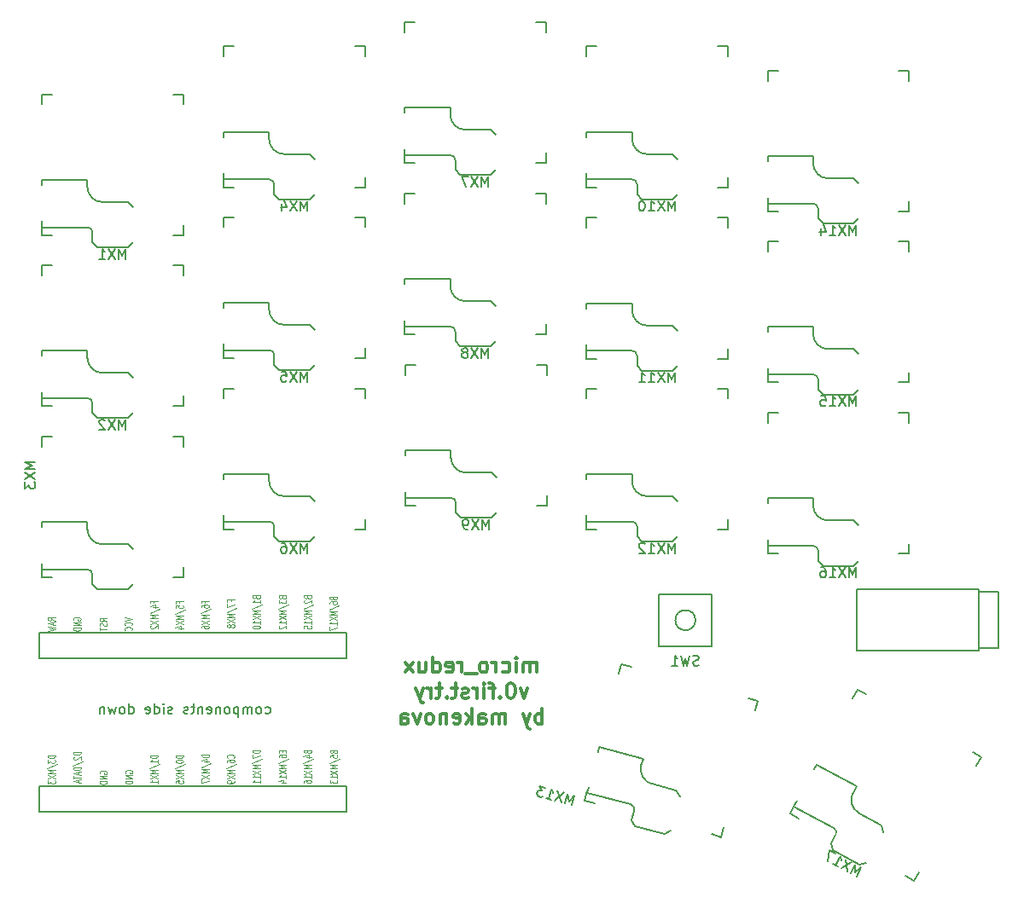
<source format=gbr>
G04 #@! TF.GenerationSoftware,KiCad,Pcbnew,(5.1.9-0-10_14)*
G04 #@! TF.CreationDate,2021-02-04T04:09:05-06:00*
G04 #@! TF.ProjectId,microredox,6d696372-6f72-4656-946f-782e6b696361,rev?*
G04 #@! TF.SameCoordinates,Original*
G04 #@! TF.FileFunction,Legend,Bot*
G04 #@! TF.FilePolarity,Positive*
%FSLAX46Y46*%
G04 Gerber Fmt 4.6, Leading zero omitted, Abs format (unit mm)*
G04 Created by KiCad (PCBNEW (5.1.9-0-10_14)) date 2021-02-04 04:09:05*
%MOMM*%
%LPD*%
G01*
G04 APERTURE LIST*
%ADD10C,0.300000*%
%ADD11C,0.150000*%
%ADD12C,0.125000*%
G04 APERTURE END LIST*
D10*
X82184071Y-133510571D02*
X82184071Y-132510571D01*
X82184071Y-132653428D02*
X82112642Y-132582000D01*
X81969785Y-132510571D01*
X81755500Y-132510571D01*
X81612642Y-132582000D01*
X81541214Y-132724857D01*
X81541214Y-133510571D01*
X81541214Y-132724857D02*
X81469785Y-132582000D01*
X81326928Y-132510571D01*
X81112642Y-132510571D01*
X80969785Y-132582000D01*
X80898357Y-132724857D01*
X80898357Y-133510571D01*
X80184071Y-133510571D02*
X80184071Y-132510571D01*
X80184071Y-132010571D02*
X80255500Y-132082000D01*
X80184071Y-132153428D01*
X80112642Y-132082000D01*
X80184071Y-132010571D01*
X80184071Y-132153428D01*
X78826928Y-133439142D02*
X78969785Y-133510571D01*
X79255500Y-133510571D01*
X79398357Y-133439142D01*
X79469785Y-133367714D01*
X79541214Y-133224857D01*
X79541214Y-132796285D01*
X79469785Y-132653428D01*
X79398357Y-132582000D01*
X79255500Y-132510571D01*
X78969785Y-132510571D01*
X78826928Y-132582000D01*
X78184071Y-133510571D02*
X78184071Y-132510571D01*
X78184071Y-132796285D02*
X78112642Y-132653428D01*
X78041214Y-132582000D01*
X77898357Y-132510571D01*
X77755500Y-132510571D01*
X77041214Y-133510571D02*
X77184071Y-133439142D01*
X77255500Y-133367714D01*
X77326928Y-133224857D01*
X77326928Y-132796285D01*
X77255500Y-132653428D01*
X77184071Y-132582000D01*
X77041214Y-132510571D01*
X76826928Y-132510571D01*
X76684071Y-132582000D01*
X76612642Y-132653428D01*
X76541214Y-132796285D01*
X76541214Y-133224857D01*
X76612642Y-133367714D01*
X76684071Y-133439142D01*
X76826928Y-133510571D01*
X77041214Y-133510571D01*
X76255500Y-133653428D02*
X75112642Y-133653428D01*
X74755500Y-133510571D02*
X74755500Y-132510571D01*
X74755500Y-132796285D02*
X74684071Y-132653428D01*
X74612642Y-132582000D01*
X74469785Y-132510571D01*
X74326928Y-132510571D01*
X73255500Y-133439142D02*
X73398357Y-133510571D01*
X73684071Y-133510571D01*
X73826928Y-133439142D01*
X73898357Y-133296285D01*
X73898357Y-132724857D01*
X73826928Y-132582000D01*
X73684071Y-132510571D01*
X73398357Y-132510571D01*
X73255500Y-132582000D01*
X73184071Y-132724857D01*
X73184071Y-132867714D01*
X73898357Y-133010571D01*
X71898357Y-133510571D02*
X71898357Y-132010571D01*
X71898357Y-133439142D02*
X72041214Y-133510571D01*
X72326928Y-133510571D01*
X72469785Y-133439142D01*
X72541214Y-133367714D01*
X72612642Y-133224857D01*
X72612642Y-132796285D01*
X72541214Y-132653428D01*
X72469785Y-132582000D01*
X72326928Y-132510571D01*
X72041214Y-132510571D01*
X71898357Y-132582000D01*
X70541214Y-132510571D02*
X70541214Y-133510571D01*
X71184071Y-132510571D02*
X71184071Y-133296285D01*
X71112642Y-133439142D01*
X70969785Y-133510571D01*
X70755500Y-133510571D01*
X70612642Y-133439142D01*
X70541214Y-133367714D01*
X69969785Y-133510571D02*
X69184071Y-132510571D01*
X69969785Y-132510571D02*
X69184071Y-133510571D01*
X81291214Y-135060571D02*
X80934071Y-136060571D01*
X80576928Y-135060571D01*
X79719785Y-134560571D02*
X79576928Y-134560571D01*
X79434071Y-134632000D01*
X79362642Y-134703428D01*
X79291214Y-134846285D01*
X79219785Y-135132000D01*
X79219785Y-135489142D01*
X79291214Y-135774857D01*
X79362642Y-135917714D01*
X79434071Y-135989142D01*
X79576928Y-136060571D01*
X79719785Y-136060571D01*
X79862642Y-135989142D01*
X79934071Y-135917714D01*
X80005500Y-135774857D01*
X80076928Y-135489142D01*
X80076928Y-135132000D01*
X80005500Y-134846285D01*
X79934071Y-134703428D01*
X79862642Y-134632000D01*
X79719785Y-134560571D01*
X78576928Y-135917714D02*
X78505500Y-135989142D01*
X78576928Y-136060571D01*
X78648357Y-135989142D01*
X78576928Y-135917714D01*
X78576928Y-136060571D01*
X78076928Y-135060571D02*
X77505500Y-135060571D01*
X77862642Y-136060571D02*
X77862642Y-134774857D01*
X77791214Y-134632000D01*
X77648357Y-134560571D01*
X77505500Y-134560571D01*
X77005500Y-136060571D02*
X77005500Y-135060571D01*
X77005500Y-134560571D02*
X77076928Y-134632000D01*
X77005500Y-134703428D01*
X76934071Y-134632000D01*
X77005500Y-134560571D01*
X77005500Y-134703428D01*
X76291214Y-136060571D02*
X76291214Y-135060571D01*
X76291214Y-135346285D02*
X76219785Y-135203428D01*
X76148357Y-135132000D01*
X76005500Y-135060571D01*
X75862642Y-135060571D01*
X75434071Y-135989142D02*
X75291214Y-136060571D01*
X75005500Y-136060571D01*
X74862642Y-135989142D01*
X74791214Y-135846285D01*
X74791214Y-135774857D01*
X74862642Y-135632000D01*
X75005500Y-135560571D01*
X75219785Y-135560571D01*
X75362642Y-135489142D01*
X75434071Y-135346285D01*
X75434071Y-135274857D01*
X75362642Y-135132000D01*
X75219785Y-135060571D01*
X75005500Y-135060571D01*
X74862642Y-135132000D01*
X74362642Y-135060571D02*
X73791214Y-135060571D01*
X74148357Y-134560571D02*
X74148357Y-135846285D01*
X74076928Y-135989142D01*
X73934071Y-136060571D01*
X73791214Y-136060571D01*
X73291214Y-135917714D02*
X73219785Y-135989142D01*
X73291214Y-136060571D01*
X73362642Y-135989142D01*
X73291214Y-135917714D01*
X73291214Y-136060571D01*
X72791214Y-135060571D02*
X72219785Y-135060571D01*
X72576928Y-134560571D02*
X72576928Y-135846285D01*
X72505500Y-135989142D01*
X72362642Y-136060571D01*
X72219785Y-136060571D01*
X71719785Y-136060571D02*
X71719785Y-135060571D01*
X71719785Y-135346285D02*
X71648357Y-135203428D01*
X71576928Y-135132000D01*
X71434071Y-135060571D01*
X71291214Y-135060571D01*
X70934071Y-135060571D02*
X70576928Y-136060571D01*
X70219785Y-135060571D02*
X70576928Y-136060571D01*
X70719785Y-136417714D01*
X70791214Y-136489142D01*
X70934071Y-136560571D01*
X82755500Y-138610571D02*
X82755500Y-137110571D01*
X82755500Y-137682000D02*
X82612642Y-137610571D01*
X82326928Y-137610571D01*
X82184071Y-137682000D01*
X82112642Y-137753428D01*
X82041214Y-137896285D01*
X82041214Y-138324857D01*
X82112642Y-138467714D01*
X82184071Y-138539142D01*
X82326928Y-138610571D01*
X82612642Y-138610571D01*
X82755500Y-138539142D01*
X81541214Y-137610571D02*
X81184071Y-138610571D01*
X80826928Y-137610571D02*
X81184071Y-138610571D01*
X81326928Y-138967714D01*
X81398357Y-139039142D01*
X81541214Y-139110571D01*
X79112642Y-138610571D02*
X79112642Y-137610571D01*
X79112642Y-137753428D02*
X79041214Y-137682000D01*
X78898357Y-137610571D01*
X78684071Y-137610571D01*
X78541214Y-137682000D01*
X78469785Y-137824857D01*
X78469785Y-138610571D01*
X78469785Y-137824857D02*
X78398357Y-137682000D01*
X78255500Y-137610571D01*
X78041214Y-137610571D01*
X77898357Y-137682000D01*
X77826928Y-137824857D01*
X77826928Y-138610571D01*
X76469785Y-138610571D02*
X76469785Y-137824857D01*
X76541214Y-137682000D01*
X76684071Y-137610571D01*
X76969785Y-137610571D01*
X77112642Y-137682000D01*
X76469785Y-138539142D02*
X76612642Y-138610571D01*
X76969785Y-138610571D01*
X77112642Y-138539142D01*
X77184071Y-138396285D01*
X77184071Y-138253428D01*
X77112642Y-138110571D01*
X76969785Y-138039142D01*
X76612642Y-138039142D01*
X76469785Y-137967714D01*
X75755500Y-138610571D02*
X75755500Y-137110571D01*
X75612642Y-138039142D02*
X75184071Y-138610571D01*
X75184071Y-137610571D02*
X75755500Y-138182000D01*
X73969785Y-138539142D02*
X74112642Y-138610571D01*
X74398357Y-138610571D01*
X74541214Y-138539142D01*
X74612642Y-138396285D01*
X74612642Y-137824857D01*
X74541214Y-137682000D01*
X74398357Y-137610571D01*
X74112642Y-137610571D01*
X73969785Y-137682000D01*
X73898357Y-137824857D01*
X73898357Y-137967714D01*
X74612642Y-138110571D01*
X73255500Y-137610571D02*
X73255500Y-138610571D01*
X73255500Y-137753428D02*
X73184071Y-137682000D01*
X73041214Y-137610571D01*
X72826928Y-137610571D01*
X72684071Y-137682000D01*
X72612642Y-137824857D01*
X72612642Y-138610571D01*
X71684071Y-138610571D02*
X71826928Y-138539142D01*
X71898357Y-138467714D01*
X71969785Y-138324857D01*
X71969785Y-137896285D01*
X71898357Y-137753428D01*
X71826928Y-137682000D01*
X71684071Y-137610571D01*
X71469785Y-137610571D01*
X71326928Y-137682000D01*
X71255500Y-137753428D01*
X71184071Y-137896285D01*
X71184071Y-138324857D01*
X71255500Y-138467714D01*
X71326928Y-138539142D01*
X71469785Y-138610571D01*
X71684071Y-138610571D01*
X70684071Y-137610571D02*
X70326928Y-138610571D01*
X69969785Y-137610571D01*
X68755500Y-138610571D02*
X68755500Y-137824857D01*
X68826928Y-137682000D01*
X68969785Y-137610571D01*
X69255500Y-137610571D01*
X69398357Y-137682000D01*
X68755500Y-138539142D02*
X68898357Y-138610571D01*
X69255500Y-138610571D01*
X69398357Y-138539142D01*
X69469785Y-138396285D01*
X69469785Y-138253428D01*
X69398357Y-138110571D01*
X69255500Y-138039142D01*
X68898357Y-138039142D01*
X68755500Y-137967714D01*
D11*
X63309500Y-144816400D02*
X32829500Y-144816400D01*
X63309500Y-147356400D02*
X63309500Y-144816400D01*
X32829500Y-147356400D02*
X63309500Y-147356400D01*
X32829500Y-144816400D02*
X32829500Y-147356400D01*
X63309500Y-129596400D02*
X32829500Y-129596400D01*
X63309500Y-132136400D02*
X63309500Y-129596400D01*
X32829500Y-132136400D02*
X63309500Y-132136400D01*
X32829500Y-129596400D02*
X32829500Y-132136400D01*
X94364500Y-130933500D02*
X99564500Y-130933500D01*
X99564500Y-130933500D02*
X99564500Y-125733500D01*
X97964500Y-128333500D02*
G75*
G03*
X97964500Y-128333500I-1000000J0D01*
G01*
X99564500Y-125733500D02*
X94364500Y-125733500D01*
X94364500Y-125733500D02*
X94364500Y-130933500D01*
X128047500Y-125533500D02*
X128047500Y-131133500D01*
X126047500Y-125533500D02*
X128047500Y-125533500D01*
X126047500Y-131133500D02*
X128047500Y-131133500D01*
X126047500Y-125283500D02*
X126047500Y-131383500D01*
X113947500Y-125283500D02*
X113947500Y-131383500D01*
X126047500Y-125283500D02*
X113947500Y-125283500D01*
X126047500Y-131383500D02*
X113947500Y-131383500D01*
X113593208Y-145457001D02*
X113927219Y-144841829D01*
X113927219Y-144841829D02*
X109972542Y-142694614D01*
X111609072Y-151207062D02*
X111408243Y-150529074D01*
X111885402Y-149650257D02*
X111408243Y-150529074D01*
X107729896Y-146825055D02*
X111684573Y-148972269D01*
X116593567Y-149361849D02*
X116392738Y-148683861D01*
X108016191Y-146297765D02*
X107729896Y-146825055D01*
X116392738Y-148683861D02*
X114195695Y-147490965D01*
X114923512Y-152437709D02*
X114245524Y-152638538D01*
X114245524Y-152638538D02*
X111609072Y-151207062D01*
X109972542Y-142694614D02*
X109733963Y-143134023D01*
X119651608Y-154208331D02*
X118772791Y-153731172D01*
X120128767Y-153329514D02*
X119651608Y-154208331D01*
X107348169Y-147528108D02*
X107825328Y-146649291D01*
X108226986Y-148005267D02*
X107348169Y-147528108D01*
X113551233Y-136103486D02*
X114028392Y-135224669D01*
X114028392Y-135224669D02*
X114907209Y-135701828D01*
X126331831Y-141904892D02*
X125854672Y-142783709D01*
X125453014Y-141427733D02*
X126331831Y-141904892D01*
X111684573Y-148972270D02*
G75*
G02*
X111885402Y-149650257I-238579J-439408D01*
G01*
X114195696Y-147490965D02*
G75*
G02*
X113593208Y-145457001I715738J1318226D01*
G01*
X109641000Y-116944500D02*
X109641000Y-116244500D01*
X109641000Y-116244500D02*
X105141000Y-116244500D01*
X110641000Y-122944500D02*
X110141000Y-122444500D01*
X110141000Y-121444500D02*
X110141000Y-122444500D01*
X105141000Y-120944500D02*
X109641000Y-120944500D01*
X114141000Y-118944500D02*
X113641000Y-118444500D01*
X105141000Y-120344500D02*
X105141000Y-120944500D01*
X113641000Y-118444500D02*
X111141000Y-118444500D01*
X114141000Y-122444500D02*
X113641000Y-122944500D01*
X113641000Y-122944500D02*
X110641000Y-122944500D01*
X105141000Y-116244500D02*
X105141000Y-116744500D01*
X119141000Y-121744500D02*
X118141000Y-121744500D01*
X119141000Y-120744500D02*
X119141000Y-121744500D01*
X105141000Y-121744500D02*
X105141000Y-120744500D01*
X106141000Y-121744500D02*
X105141000Y-121744500D01*
X105141000Y-108744500D02*
X105141000Y-107744500D01*
X105141000Y-107744500D02*
X106141000Y-107744500D01*
X119141000Y-107744500D02*
X119141000Y-108744500D01*
X118141000Y-107744500D02*
X119141000Y-107744500D01*
X109641000Y-120944500D02*
G75*
G02*
X110141000Y-121444500I0J-500000D01*
G01*
X111141000Y-118444500D02*
G75*
G02*
X109641000Y-116944500I0J1500000D01*
G01*
X109641000Y-99926500D02*
X109641000Y-99226500D01*
X109641000Y-99226500D02*
X105141000Y-99226500D01*
X110641000Y-105926500D02*
X110141000Y-105426500D01*
X110141000Y-104426500D02*
X110141000Y-105426500D01*
X105141000Y-103926500D02*
X109641000Y-103926500D01*
X114141000Y-101926500D02*
X113641000Y-101426500D01*
X105141000Y-103326500D02*
X105141000Y-103926500D01*
X113641000Y-101426500D02*
X111141000Y-101426500D01*
X114141000Y-105426500D02*
X113641000Y-105926500D01*
X113641000Y-105926500D02*
X110641000Y-105926500D01*
X105141000Y-99226500D02*
X105141000Y-99726500D01*
X119141000Y-104726500D02*
X118141000Y-104726500D01*
X119141000Y-103726500D02*
X119141000Y-104726500D01*
X105141000Y-104726500D02*
X105141000Y-103726500D01*
X106141000Y-104726500D02*
X105141000Y-104726500D01*
X105141000Y-91726500D02*
X105141000Y-90726500D01*
X105141000Y-90726500D02*
X106141000Y-90726500D01*
X119141000Y-90726500D02*
X119141000Y-91726500D01*
X118141000Y-90726500D02*
X119141000Y-90726500D01*
X109641000Y-103926500D02*
G75*
G02*
X110141000Y-104426500I0J-500000D01*
G01*
X111141000Y-101426500D02*
G75*
G02*
X109641000Y-99926500I0J1500000D01*
G01*
X109641000Y-82972000D02*
X109641000Y-82272000D01*
X109641000Y-82272000D02*
X105141000Y-82272000D01*
X110641000Y-88972000D02*
X110141000Y-88472000D01*
X110141000Y-87472000D02*
X110141000Y-88472000D01*
X105141000Y-86972000D02*
X109641000Y-86972000D01*
X114141000Y-84972000D02*
X113641000Y-84472000D01*
X105141000Y-86372000D02*
X105141000Y-86972000D01*
X113641000Y-84472000D02*
X111141000Y-84472000D01*
X114141000Y-88472000D02*
X113641000Y-88972000D01*
X113641000Y-88972000D02*
X110641000Y-88972000D01*
X105141000Y-82272000D02*
X105141000Y-82772000D01*
X119141000Y-87772000D02*
X118141000Y-87772000D01*
X119141000Y-86772000D02*
X119141000Y-87772000D01*
X105141000Y-87772000D02*
X105141000Y-86772000D01*
X106141000Y-87772000D02*
X105141000Y-87772000D01*
X105141000Y-74772000D02*
X105141000Y-73772000D01*
X105141000Y-73772000D02*
X106141000Y-73772000D01*
X119141000Y-73772000D02*
X119141000Y-74772000D01*
X118141000Y-73772000D02*
X119141000Y-73772000D01*
X109641000Y-86972000D02*
G75*
G02*
X110141000Y-87472000I0J-500000D01*
G01*
X111141000Y-84472000D02*
G75*
G02*
X109641000Y-82972000I0J1500000D01*
G01*
X92583284Y-142765489D02*
X92764457Y-142089341D01*
X92764457Y-142089341D02*
X88417791Y-140924655D01*
X91996295Y-148819863D02*
X91642742Y-148207491D01*
X91901561Y-147241565D02*
X91642742Y-148207491D01*
X87201341Y-145464507D02*
X91548007Y-146629193D01*
X96412312Y-145862027D02*
X96058758Y-145249654D01*
X87356633Y-144884951D02*
X87201341Y-145464507D01*
X96058758Y-145249654D02*
X93643944Y-144602607D01*
X95506445Y-149242767D02*
X94894073Y-149596320D01*
X94894073Y-149596320D02*
X91996295Y-148819863D01*
X88417791Y-140924655D02*
X88288381Y-141407618D01*
X100517247Y-149860714D02*
X99551322Y-149601895D01*
X100776067Y-148894788D02*
X100517247Y-149860714D01*
X86994286Y-146237247D02*
X87253105Y-145271322D01*
X87960212Y-146496067D02*
X86994286Y-146237247D01*
X90358933Y-133680212D02*
X90617753Y-132714286D01*
X90617753Y-132714286D02*
X91583678Y-132973105D01*
X104140714Y-136337753D02*
X103881895Y-137303678D01*
X103174788Y-136078933D02*
X104140714Y-136337753D01*
X91548008Y-146629192D02*
G75*
G02*
X91901561Y-147241565I-129410J-482963D01*
G01*
X93643943Y-144602606D02*
G75*
G02*
X92583284Y-142765489I388229J1448888D01*
G01*
X91670500Y-114531500D02*
X91670500Y-113831500D01*
X91670500Y-113831500D02*
X87170500Y-113831500D01*
X92670500Y-120531500D02*
X92170500Y-120031500D01*
X92170500Y-119031500D02*
X92170500Y-120031500D01*
X87170500Y-118531500D02*
X91670500Y-118531500D01*
X96170500Y-116531500D02*
X95670500Y-116031500D01*
X87170500Y-117931500D02*
X87170500Y-118531500D01*
X95670500Y-116031500D02*
X93170500Y-116031500D01*
X96170500Y-120031500D02*
X95670500Y-120531500D01*
X95670500Y-120531500D02*
X92670500Y-120531500D01*
X87170500Y-113831500D02*
X87170500Y-114331500D01*
X101170500Y-119331500D02*
X100170500Y-119331500D01*
X101170500Y-118331500D02*
X101170500Y-119331500D01*
X87170500Y-119331500D02*
X87170500Y-118331500D01*
X88170500Y-119331500D02*
X87170500Y-119331500D01*
X87170500Y-106331500D02*
X87170500Y-105331500D01*
X87170500Y-105331500D02*
X88170500Y-105331500D01*
X101170500Y-105331500D02*
X101170500Y-106331500D01*
X100170500Y-105331500D02*
X101170500Y-105331500D01*
X91670500Y-118531500D02*
G75*
G02*
X92170500Y-119031500I0J-500000D01*
G01*
X93170500Y-116031500D02*
G75*
G02*
X91670500Y-114531500I0J1500000D01*
G01*
X91670500Y-97577000D02*
X91670500Y-96877000D01*
X91670500Y-96877000D02*
X87170500Y-96877000D01*
X92670500Y-103577000D02*
X92170500Y-103077000D01*
X92170500Y-102077000D02*
X92170500Y-103077000D01*
X87170500Y-101577000D02*
X91670500Y-101577000D01*
X96170500Y-99577000D02*
X95670500Y-99077000D01*
X87170500Y-100977000D02*
X87170500Y-101577000D01*
X95670500Y-99077000D02*
X93170500Y-99077000D01*
X96170500Y-103077000D02*
X95670500Y-103577000D01*
X95670500Y-103577000D02*
X92670500Y-103577000D01*
X87170500Y-96877000D02*
X87170500Y-97377000D01*
X101170500Y-102377000D02*
X100170500Y-102377000D01*
X101170500Y-101377000D02*
X101170500Y-102377000D01*
X87170500Y-102377000D02*
X87170500Y-101377000D01*
X88170500Y-102377000D02*
X87170500Y-102377000D01*
X87170500Y-89377000D02*
X87170500Y-88377000D01*
X87170500Y-88377000D02*
X88170500Y-88377000D01*
X101170500Y-88377000D02*
X101170500Y-89377000D01*
X100170500Y-88377000D02*
X101170500Y-88377000D01*
X91670500Y-101577000D02*
G75*
G02*
X92170500Y-102077000I0J-500000D01*
G01*
X93170500Y-99077000D02*
G75*
G02*
X91670500Y-97577000I0J1500000D01*
G01*
X91670500Y-80559000D02*
X91670500Y-79859000D01*
X91670500Y-79859000D02*
X87170500Y-79859000D01*
X92670500Y-86559000D02*
X92170500Y-86059000D01*
X92170500Y-85059000D02*
X92170500Y-86059000D01*
X87170500Y-84559000D02*
X91670500Y-84559000D01*
X96170500Y-82559000D02*
X95670500Y-82059000D01*
X87170500Y-83959000D02*
X87170500Y-84559000D01*
X95670500Y-82059000D02*
X93170500Y-82059000D01*
X96170500Y-86059000D02*
X95670500Y-86559000D01*
X95670500Y-86559000D02*
X92670500Y-86559000D01*
X87170500Y-79859000D02*
X87170500Y-80359000D01*
X101170500Y-85359000D02*
X100170500Y-85359000D01*
X101170500Y-84359000D02*
X101170500Y-85359000D01*
X87170500Y-85359000D02*
X87170500Y-84359000D01*
X88170500Y-85359000D02*
X87170500Y-85359000D01*
X87170500Y-72359000D02*
X87170500Y-71359000D01*
X87170500Y-71359000D02*
X88170500Y-71359000D01*
X101170500Y-71359000D02*
X101170500Y-72359000D01*
X100170500Y-71359000D02*
X101170500Y-71359000D01*
X91670500Y-84559000D02*
G75*
G02*
X92170500Y-85059000I0J-500000D01*
G01*
X93170500Y-82059000D02*
G75*
G02*
X91670500Y-80559000I0J1500000D01*
G01*
X73700000Y-112182000D02*
X73700000Y-111482000D01*
X73700000Y-111482000D02*
X69200000Y-111482000D01*
X74700000Y-118182000D02*
X74200000Y-117682000D01*
X74200000Y-116682000D02*
X74200000Y-117682000D01*
X69200000Y-116182000D02*
X73700000Y-116182000D01*
X78200000Y-114182000D02*
X77700000Y-113682000D01*
X69200000Y-115582000D02*
X69200000Y-116182000D01*
X77700000Y-113682000D02*
X75200000Y-113682000D01*
X78200000Y-117682000D02*
X77700000Y-118182000D01*
X77700000Y-118182000D02*
X74700000Y-118182000D01*
X69200000Y-111482000D02*
X69200000Y-111982000D01*
X83200000Y-116982000D02*
X82200000Y-116982000D01*
X83200000Y-115982000D02*
X83200000Y-116982000D01*
X69200000Y-116982000D02*
X69200000Y-115982000D01*
X70200000Y-116982000D02*
X69200000Y-116982000D01*
X69200000Y-103982000D02*
X69200000Y-102982000D01*
X69200000Y-102982000D02*
X70200000Y-102982000D01*
X83200000Y-102982000D02*
X83200000Y-103982000D01*
X82200000Y-102982000D02*
X83200000Y-102982000D01*
X73700000Y-116182000D02*
G75*
G02*
X74200000Y-116682000I0J-500000D01*
G01*
X75200000Y-113682000D02*
G75*
G02*
X73700000Y-112182000I0J1500000D01*
G01*
X73636500Y-95164000D02*
X73636500Y-94464000D01*
X73636500Y-94464000D02*
X69136500Y-94464000D01*
X74636500Y-101164000D02*
X74136500Y-100664000D01*
X74136500Y-99664000D02*
X74136500Y-100664000D01*
X69136500Y-99164000D02*
X73636500Y-99164000D01*
X78136500Y-97164000D02*
X77636500Y-96664000D01*
X69136500Y-98564000D02*
X69136500Y-99164000D01*
X77636500Y-96664000D02*
X75136500Y-96664000D01*
X78136500Y-100664000D02*
X77636500Y-101164000D01*
X77636500Y-101164000D02*
X74636500Y-101164000D01*
X69136500Y-94464000D02*
X69136500Y-94964000D01*
X83136500Y-99964000D02*
X82136500Y-99964000D01*
X83136500Y-98964000D02*
X83136500Y-99964000D01*
X69136500Y-99964000D02*
X69136500Y-98964000D01*
X70136500Y-99964000D02*
X69136500Y-99964000D01*
X69136500Y-86964000D02*
X69136500Y-85964000D01*
X69136500Y-85964000D02*
X70136500Y-85964000D01*
X83136500Y-85964000D02*
X83136500Y-86964000D01*
X82136500Y-85964000D02*
X83136500Y-85964000D01*
X73636500Y-99164000D02*
G75*
G02*
X74136500Y-99664000I0J-500000D01*
G01*
X75136500Y-96664000D02*
G75*
G02*
X73636500Y-95164000I0J1500000D01*
G01*
X73636500Y-78146000D02*
X73636500Y-77446000D01*
X73636500Y-77446000D02*
X69136500Y-77446000D01*
X74636500Y-84146000D02*
X74136500Y-83646000D01*
X74136500Y-82646000D02*
X74136500Y-83646000D01*
X69136500Y-82146000D02*
X73636500Y-82146000D01*
X78136500Y-80146000D02*
X77636500Y-79646000D01*
X69136500Y-81546000D02*
X69136500Y-82146000D01*
X77636500Y-79646000D02*
X75136500Y-79646000D01*
X78136500Y-83646000D02*
X77636500Y-84146000D01*
X77636500Y-84146000D02*
X74636500Y-84146000D01*
X69136500Y-77446000D02*
X69136500Y-77946000D01*
X83136500Y-82946000D02*
X82136500Y-82946000D01*
X83136500Y-81946000D02*
X83136500Y-82946000D01*
X69136500Y-82946000D02*
X69136500Y-81946000D01*
X70136500Y-82946000D02*
X69136500Y-82946000D01*
X69136500Y-69946000D02*
X69136500Y-68946000D01*
X69136500Y-68946000D02*
X70136500Y-68946000D01*
X83136500Y-68946000D02*
X83136500Y-69946000D01*
X82136500Y-68946000D02*
X83136500Y-68946000D01*
X73636500Y-82146000D02*
G75*
G02*
X74136500Y-82646000I0J-500000D01*
G01*
X75136500Y-79646000D02*
G75*
G02*
X73636500Y-78146000I0J1500000D01*
G01*
X55666000Y-114531500D02*
X55666000Y-113831500D01*
X55666000Y-113831500D02*
X51166000Y-113831500D01*
X56666000Y-120531500D02*
X56166000Y-120031500D01*
X56166000Y-119031500D02*
X56166000Y-120031500D01*
X51166000Y-118531500D02*
X55666000Y-118531500D01*
X60166000Y-116531500D02*
X59666000Y-116031500D01*
X51166000Y-117931500D02*
X51166000Y-118531500D01*
X59666000Y-116031500D02*
X57166000Y-116031500D01*
X60166000Y-120031500D02*
X59666000Y-120531500D01*
X59666000Y-120531500D02*
X56666000Y-120531500D01*
X51166000Y-113831500D02*
X51166000Y-114331500D01*
X65166000Y-119331500D02*
X64166000Y-119331500D01*
X65166000Y-118331500D02*
X65166000Y-119331500D01*
X51166000Y-119331500D02*
X51166000Y-118331500D01*
X52166000Y-119331500D02*
X51166000Y-119331500D01*
X51166000Y-106331500D02*
X51166000Y-105331500D01*
X51166000Y-105331500D02*
X52166000Y-105331500D01*
X65166000Y-105331500D02*
X65166000Y-106331500D01*
X64166000Y-105331500D02*
X65166000Y-105331500D01*
X55666000Y-118531500D02*
G75*
G02*
X56166000Y-119031500I0J-500000D01*
G01*
X57166000Y-116031500D02*
G75*
G02*
X55666000Y-114531500I0J1500000D01*
G01*
X55666000Y-97513500D02*
X55666000Y-96813500D01*
X55666000Y-96813500D02*
X51166000Y-96813500D01*
X56666000Y-103513500D02*
X56166000Y-103013500D01*
X56166000Y-102013500D02*
X56166000Y-103013500D01*
X51166000Y-101513500D02*
X55666000Y-101513500D01*
X60166000Y-99513500D02*
X59666000Y-99013500D01*
X51166000Y-100913500D02*
X51166000Y-101513500D01*
X59666000Y-99013500D02*
X57166000Y-99013500D01*
X60166000Y-103013500D02*
X59666000Y-103513500D01*
X59666000Y-103513500D02*
X56666000Y-103513500D01*
X51166000Y-96813500D02*
X51166000Y-97313500D01*
X65166000Y-102313500D02*
X64166000Y-102313500D01*
X65166000Y-101313500D02*
X65166000Y-102313500D01*
X51166000Y-102313500D02*
X51166000Y-101313500D01*
X52166000Y-102313500D02*
X51166000Y-102313500D01*
X51166000Y-89313500D02*
X51166000Y-88313500D01*
X51166000Y-88313500D02*
X52166000Y-88313500D01*
X65166000Y-88313500D02*
X65166000Y-89313500D01*
X64166000Y-88313500D02*
X65166000Y-88313500D01*
X55666000Y-101513500D02*
G75*
G02*
X56166000Y-102013500I0J-500000D01*
G01*
X57166000Y-99013500D02*
G75*
G02*
X55666000Y-97513500I0J1500000D01*
G01*
X55666000Y-80559000D02*
X55666000Y-79859000D01*
X55666000Y-79859000D02*
X51166000Y-79859000D01*
X56666000Y-86559000D02*
X56166000Y-86059000D01*
X56166000Y-85059000D02*
X56166000Y-86059000D01*
X51166000Y-84559000D02*
X55666000Y-84559000D01*
X60166000Y-82559000D02*
X59666000Y-82059000D01*
X51166000Y-83959000D02*
X51166000Y-84559000D01*
X59666000Y-82059000D02*
X57166000Y-82059000D01*
X60166000Y-86059000D02*
X59666000Y-86559000D01*
X59666000Y-86559000D02*
X56666000Y-86559000D01*
X51166000Y-79859000D02*
X51166000Y-80359000D01*
X65166000Y-85359000D02*
X64166000Y-85359000D01*
X65166000Y-84359000D02*
X65166000Y-85359000D01*
X51166000Y-85359000D02*
X51166000Y-84359000D01*
X52166000Y-85359000D02*
X51166000Y-85359000D01*
X51166000Y-72359000D02*
X51166000Y-71359000D01*
X51166000Y-71359000D02*
X52166000Y-71359000D01*
X65166000Y-71359000D02*
X65166000Y-72359000D01*
X64166000Y-71359000D02*
X65166000Y-71359000D01*
X55666000Y-84559000D02*
G75*
G02*
X56166000Y-85059000I0J-500000D01*
G01*
X57166000Y-82059000D02*
G75*
G02*
X55666000Y-80559000I0J1500000D01*
G01*
X37632000Y-119294000D02*
X37632000Y-118594000D01*
X37632000Y-118594000D02*
X33132000Y-118594000D01*
X38632000Y-125294000D02*
X38132000Y-124794000D01*
X38132000Y-123794000D02*
X38132000Y-124794000D01*
X33132000Y-123294000D02*
X37632000Y-123294000D01*
X42132000Y-121294000D02*
X41632000Y-120794000D01*
X33132000Y-122694000D02*
X33132000Y-123294000D01*
X41632000Y-120794000D02*
X39132000Y-120794000D01*
X42132000Y-124794000D02*
X41632000Y-125294000D01*
X41632000Y-125294000D02*
X38632000Y-125294000D01*
X33132000Y-118594000D02*
X33132000Y-119094000D01*
X47132000Y-124094000D02*
X46132000Y-124094000D01*
X47132000Y-123094000D02*
X47132000Y-124094000D01*
X33132000Y-124094000D02*
X33132000Y-123094000D01*
X34132000Y-124094000D02*
X33132000Y-124094000D01*
X33132000Y-111094000D02*
X33132000Y-110094000D01*
X33132000Y-110094000D02*
X34132000Y-110094000D01*
X47132000Y-110094000D02*
X47132000Y-111094000D01*
X46132000Y-110094000D02*
X47132000Y-110094000D01*
X37632000Y-123294000D02*
G75*
G02*
X38132000Y-123794000I0J-500000D01*
G01*
X39132000Y-120794000D02*
G75*
G02*
X37632000Y-119294000I0J1500000D01*
G01*
X37632000Y-102276000D02*
X37632000Y-101576000D01*
X37632000Y-101576000D02*
X33132000Y-101576000D01*
X38632000Y-108276000D02*
X38132000Y-107776000D01*
X38132000Y-106776000D02*
X38132000Y-107776000D01*
X33132000Y-106276000D02*
X37632000Y-106276000D01*
X42132000Y-104276000D02*
X41632000Y-103776000D01*
X33132000Y-105676000D02*
X33132000Y-106276000D01*
X41632000Y-103776000D02*
X39132000Y-103776000D01*
X42132000Y-107776000D02*
X41632000Y-108276000D01*
X41632000Y-108276000D02*
X38632000Y-108276000D01*
X33132000Y-101576000D02*
X33132000Y-102076000D01*
X47132000Y-107076000D02*
X46132000Y-107076000D01*
X47132000Y-106076000D02*
X47132000Y-107076000D01*
X33132000Y-107076000D02*
X33132000Y-106076000D01*
X34132000Y-107076000D02*
X33132000Y-107076000D01*
X33132000Y-94076000D02*
X33132000Y-93076000D01*
X33132000Y-93076000D02*
X34132000Y-93076000D01*
X47132000Y-93076000D02*
X47132000Y-94076000D01*
X46132000Y-93076000D02*
X47132000Y-93076000D01*
X37632000Y-106276000D02*
G75*
G02*
X38132000Y-106776000I0J-500000D01*
G01*
X39132000Y-103776000D02*
G75*
G02*
X37632000Y-102276000I0J1500000D01*
G01*
X37632000Y-85321500D02*
X37632000Y-84621500D01*
X37632000Y-84621500D02*
X33132000Y-84621500D01*
X38632000Y-91321500D02*
X38132000Y-90821500D01*
X38132000Y-89821500D02*
X38132000Y-90821500D01*
X33132000Y-89321500D02*
X37632000Y-89321500D01*
X42132000Y-87321500D02*
X41632000Y-86821500D01*
X33132000Y-88721500D02*
X33132000Y-89321500D01*
X41632000Y-86821500D02*
X39132000Y-86821500D01*
X42132000Y-90821500D02*
X41632000Y-91321500D01*
X41632000Y-91321500D02*
X38632000Y-91321500D01*
X33132000Y-84621500D02*
X33132000Y-85121500D01*
X47132000Y-90121500D02*
X46132000Y-90121500D01*
X47132000Y-89121500D02*
X47132000Y-90121500D01*
X33132000Y-90121500D02*
X33132000Y-89121500D01*
X34132000Y-90121500D02*
X33132000Y-90121500D01*
X33132000Y-77121500D02*
X33132000Y-76121500D01*
X33132000Y-76121500D02*
X34132000Y-76121500D01*
X47132000Y-76121500D02*
X47132000Y-77121500D01*
X46132000Y-76121500D02*
X47132000Y-76121500D01*
X37632000Y-89321500D02*
G75*
G02*
X38132000Y-89821500I0J-500000D01*
G01*
X39132000Y-86821500D02*
G75*
G02*
X37632000Y-85321500I0J1500000D01*
G01*
D12*
X34438785Y-128369261D02*
X34081642Y-128202595D01*
X34438785Y-128083547D02*
X33688785Y-128083547D01*
X33688785Y-128274023D01*
X33724500Y-128321642D01*
X33760214Y-128345452D01*
X33831642Y-128369261D01*
X33938785Y-128369261D01*
X34010214Y-128345452D01*
X34045928Y-128321642D01*
X34081642Y-128274023D01*
X34081642Y-128083547D01*
X34224500Y-128559738D02*
X34224500Y-128797833D01*
X34438785Y-128512119D02*
X33688785Y-128678785D01*
X34438785Y-128845452D01*
X33688785Y-128964500D02*
X34438785Y-129083547D01*
X33903071Y-129178785D01*
X34438785Y-129274023D01*
X33688785Y-129393071D01*
X34438785Y-141736190D02*
X33688785Y-141736190D01*
X33688785Y-141855238D01*
X33724500Y-141926666D01*
X33795928Y-141974285D01*
X33867357Y-141998095D01*
X34010214Y-142021904D01*
X34117357Y-142021904D01*
X34260214Y-141998095D01*
X34331642Y-141974285D01*
X34403071Y-141926666D01*
X34438785Y-141855238D01*
X34438785Y-141736190D01*
X33688785Y-142188571D02*
X33688785Y-142498095D01*
X33974500Y-142331428D01*
X33974500Y-142402857D01*
X34010214Y-142450476D01*
X34045928Y-142474285D01*
X34117357Y-142498095D01*
X34295928Y-142498095D01*
X34367357Y-142474285D01*
X34403071Y-142450476D01*
X34438785Y-142402857D01*
X34438785Y-142260000D01*
X34403071Y-142212380D01*
X34367357Y-142188571D01*
X33653071Y-143069523D02*
X34617357Y-142640952D01*
X34438785Y-143236190D02*
X33688785Y-143236190D01*
X34224500Y-143402857D01*
X33688785Y-143569523D01*
X34438785Y-143569523D01*
X33688785Y-143760000D02*
X34438785Y-144093333D01*
X33688785Y-144093333D02*
X34438785Y-143760000D01*
X33688785Y-144236190D02*
X33688785Y-144545714D01*
X33974500Y-144379047D01*
X33974500Y-144450476D01*
X34010214Y-144498095D01*
X34045928Y-144521904D01*
X34117357Y-144545714D01*
X34295928Y-144545714D01*
X34367357Y-144521904D01*
X34403071Y-144498095D01*
X34438785Y-144450476D01*
X34438785Y-144307619D01*
X34403071Y-144260000D01*
X34367357Y-144236190D01*
X36264500Y-128333547D02*
X36228785Y-128285928D01*
X36228785Y-128214500D01*
X36264500Y-128143071D01*
X36335928Y-128095452D01*
X36407357Y-128071642D01*
X36550214Y-128047833D01*
X36657357Y-128047833D01*
X36800214Y-128071642D01*
X36871642Y-128095452D01*
X36943071Y-128143071D01*
X36978785Y-128214500D01*
X36978785Y-128262119D01*
X36943071Y-128333547D01*
X36907357Y-128357357D01*
X36657357Y-128357357D01*
X36657357Y-128262119D01*
X36978785Y-128571642D02*
X36228785Y-128571642D01*
X36978785Y-128857357D01*
X36228785Y-128857357D01*
X36978785Y-129095452D02*
X36228785Y-129095452D01*
X36228785Y-129214500D01*
X36264500Y-129285928D01*
X36335928Y-129333547D01*
X36407357Y-129357357D01*
X36550214Y-129381166D01*
X36657357Y-129381166D01*
X36800214Y-129357357D01*
X36871642Y-129333547D01*
X36943071Y-129285928D01*
X36978785Y-129214500D01*
X36978785Y-129095452D01*
X36966785Y-141438571D02*
X36216785Y-141438571D01*
X36216785Y-141557619D01*
X36252500Y-141629047D01*
X36323928Y-141676666D01*
X36395357Y-141700476D01*
X36538214Y-141724285D01*
X36645357Y-141724285D01*
X36788214Y-141700476D01*
X36859642Y-141676666D01*
X36931071Y-141629047D01*
X36966785Y-141557619D01*
X36966785Y-141438571D01*
X36288214Y-141914761D02*
X36252500Y-141938571D01*
X36216785Y-141986190D01*
X36216785Y-142105238D01*
X36252500Y-142152857D01*
X36288214Y-142176666D01*
X36359642Y-142200476D01*
X36431071Y-142200476D01*
X36538214Y-142176666D01*
X36966785Y-141890952D01*
X36966785Y-142200476D01*
X36181071Y-142771904D02*
X37145357Y-142343333D01*
X36966785Y-142938571D02*
X36216785Y-142938571D01*
X36216785Y-143057619D01*
X36252500Y-143129047D01*
X36323928Y-143176666D01*
X36395357Y-143200476D01*
X36538214Y-143224285D01*
X36645357Y-143224285D01*
X36788214Y-143200476D01*
X36859642Y-143176666D01*
X36931071Y-143129047D01*
X36966785Y-143057619D01*
X36966785Y-142938571D01*
X36752500Y-143414761D02*
X36752500Y-143652857D01*
X36966785Y-143367142D02*
X36216785Y-143533809D01*
X36966785Y-143700476D01*
X36216785Y-143795714D02*
X36216785Y-144081428D01*
X36966785Y-143938571D02*
X36216785Y-143938571D01*
X36752500Y-144224285D02*
X36752500Y-144462380D01*
X36966785Y-144176666D02*
X36216785Y-144343333D01*
X36966785Y-144510000D01*
X39582285Y-128440690D02*
X39225142Y-128274023D01*
X39582285Y-128154976D02*
X38832285Y-128154976D01*
X38832285Y-128345452D01*
X38868000Y-128393071D01*
X38903714Y-128416880D01*
X38975142Y-128440690D01*
X39082285Y-128440690D01*
X39153714Y-128416880D01*
X39189428Y-128393071D01*
X39225142Y-128345452D01*
X39225142Y-128154976D01*
X39546571Y-128631166D02*
X39582285Y-128702595D01*
X39582285Y-128821642D01*
X39546571Y-128869261D01*
X39510857Y-128893071D01*
X39439428Y-128916880D01*
X39368000Y-128916880D01*
X39296571Y-128893071D01*
X39260857Y-128869261D01*
X39225142Y-128821642D01*
X39189428Y-128726404D01*
X39153714Y-128678785D01*
X39118000Y-128654976D01*
X39046571Y-128631166D01*
X38975142Y-128631166D01*
X38903714Y-128654976D01*
X38868000Y-128678785D01*
X38832285Y-128726404D01*
X38832285Y-128845452D01*
X38868000Y-128916880D01*
X38832285Y-129059738D02*
X38832285Y-129345452D01*
X39582285Y-129202595D02*
X38832285Y-129202595D01*
X38868000Y-143573547D02*
X38832285Y-143525928D01*
X38832285Y-143454500D01*
X38868000Y-143383071D01*
X38939428Y-143335452D01*
X39010857Y-143311642D01*
X39153714Y-143287833D01*
X39260857Y-143287833D01*
X39403714Y-143311642D01*
X39475142Y-143335452D01*
X39546571Y-143383071D01*
X39582285Y-143454500D01*
X39582285Y-143502119D01*
X39546571Y-143573547D01*
X39510857Y-143597357D01*
X39260857Y-143597357D01*
X39260857Y-143502119D01*
X39582285Y-143811642D02*
X38832285Y-143811642D01*
X39582285Y-144097357D01*
X38832285Y-144097357D01*
X39582285Y-144335452D02*
X38832285Y-144335452D01*
X38832285Y-144454500D01*
X38868000Y-144525928D01*
X38939428Y-144573547D01*
X39010857Y-144597357D01*
X39153714Y-144621166D01*
X39260857Y-144621166D01*
X39403714Y-144597357D01*
X39475142Y-144573547D01*
X39546571Y-144525928D01*
X39582285Y-144454500D01*
X39582285Y-144335452D01*
X41308785Y-128047833D02*
X42058785Y-128214500D01*
X41308785Y-128381166D01*
X41987357Y-128833547D02*
X42023071Y-128809738D01*
X42058785Y-128738309D01*
X42058785Y-128690690D01*
X42023071Y-128619261D01*
X41951642Y-128571642D01*
X41880214Y-128547833D01*
X41737357Y-128524023D01*
X41630214Y-128524023D01*
X41487357Y-128547833D01*
X41415928Y-128571642D01*
X41344500Y-128619261D01*
X41308785Y-128690690D01*
X41308785Y-128738309D01*
X41344500Y-128809738D01*
X41380214Y-128833547D01*
X41987357Y-129333547D02*
X42023071Y-129309738D01*
X42058785Y-129238309D01*
X42058785Y-129190690D01*
X42023071Y-129119261D01*
X41951642Y-129071642D01*
X41880214Y-129047833D01*
X41737357Y-129024023D01*
X41630214Y-129024023D01*
X41487357Y-129047833D01*
X41415928Y-129071642D01*
X41344500Y-129119261D01*
X41308785Y-129190690D01*
X41308785Y-129238309D01*
X41344500Y-129309738D01*
X41380214Y-129333547D01*
X41408000Y-143510047D02*
X41372285Y-143462428D01*
X41372285Y-143391000D01*
X41408000Y-143319571D01*
X41479428Y-143271952D01*
X41550857Y-143248142D01*
X41693714Y-143224333D01*
X41800857Y-143224333D01*
X41943714Y-143248142D01*
X42015142Y-143271952D01*
X42086571Y-143319571D01*
X42122285Y-143391000D01*
X42122285Y-143438619D01*
X42086571Y-143510047D01*
X42050857Y-143533857D01*
X41800857Y-143533857D01*
X41800857Y-143438619D01*
X42122285Y-143748142D02*
X41372285Y-143748142D01*
X42122285Y-144033857D01*
X41372285Y-144033857D01*
X42122285Y-144271952D02*
X41372285Y-144271952D01*
X41372285Y-144391000D01*
X41408000Y-144462428D01*
X41479428Y-144510047D01*
X41550857Y-144533857D01*
X41693714Y-144557666D01*
X41800857Y-144557666D01*
X41943714Y-144533857D01*
X42015142Y-144510047D01*
X42086571Y-144462428D01*
X42122285Y-144391000D01*
X42122285Y-144271952D01*
X51873928Y-126477619D02*
X51873928Y-126310952D01*
X52266785Y-126310952D02*
X51516785Y-126310952D01*
X51516785Y-126549047D01*
X51516785Y-126691904D02*
X51516785Y-127025238D01*
X52266785Y-126810952D01*
X51481071Y-127572857D02*
X52445357Y-127144285D01*
X52266785Y-127739523D02*
X51516785Y-127739523D01*
X52052500Y-127906190D01*
X51516785Y-128072857D01*
X52266785Y-128072857D01*
X51516785Y-128263333D02*
X52266785Y-128596666D01*
X51516785Y-128596666D02*
X52266785Y-128263333D01*
X51838214Y-128858571D02*
X51802500Y-128810952D01*
X51766785Y-128787142D01*
X51695357Y-128763333D01*
X51659642Y-128763333D01*
X51588214Y-128787142D01*
X51552500Y-128810952D01*
X51516785Y-128858571D01*
X51516785Y-128953809D01*
X51552500Y-129001428D01*
X51588214Y-129025238D01*
X51659642Y-129049047D01*
X51695357Y-129049047D01*
X51766785Y-129025238D01*
X51802500Y-129001428D01*
X51838214Y-128953809D01*
X51838214Y-128858571D01*
X51873928Y-128810952D01*
X51909642Y-128787142D01*
X51981071Y-128763333D01*
X52123928Y-128763333D01*
X52195357Y-128787142D01*
X52231071Y-128810952D01*
X52266785Y-128858571D01*
X52266785Y-128953809D01*
X52231071Y-129001428D01*
X52195357Y-129025238D01*
X52123928Y-129049047D01*
X51981071Y-129049047D01*
X51909642Y-129025238D01*
X51873928Y-129001428D01*
X51838214Y-128953809D01*
X49716785Y-141665714D02*
X48966785Y-141665714D01*
X48966785Y-141784761D01*
X49002500Y-141856190D01*
X49073928Y-141903809D01*
X49145357Y-141927619D01*
X49288214Y-141951428D01*
X49395357Y-141951428D01*
X49538214Y-141927619D01*
X49609642Y-141903809D01*
X49681071Y-141856190D01*
X49716785Y-141784761D01*
X49716785Y-141665714D01*
X49216785Y-142380000D02*
X49716785Y-142380000D01*
X48931071Y-142260952D02*
X49466785Y-142141904D01*
X49466785Y-142451428D01*
X48931071Y-142999047D02*
X49895357Y-142570476D01*
X49716785Y-143165714D02*
X48966785Y-143165714D01*
X49502500Y-143332380D01*
X48966785Y-143499047D01*
X49716785Y-143499047D01*
X48966785Y-143689523D02*
X49716785Y-144022857D01*
X48966785Y-144022857D02*
X49716785Y-143689523D01*
X48966785Y-144165714D02*
X48966785Y-144499047D01*
X49716785Y-144284761D01*
X49285928Y-126577619D02*
X49285928Y-126410952D01*
X49678785Y-126410952D02*
X48928785Y-126410952D01*
X48928785Y-126649047D01*
X48928785Y-127053809D02*
X48928785Y-126958571D01*
X48964500Y-126910952D01*
X49000214Y-126887142D01*
X49107357Y-126839523D01*
X49250214Y-126815714D01*
X49535928Y-126815714D01*
X49607357Y-126839523D01*
X49643071Y-126863333D01*
X49678785Y-126910952D01*
X49678785Y-127006190D01*
X49643071Y-127053809D01*
X49607357Y-127077619D01*
X49535928Y-127101428D01*
X49357357Y-127101428D01*
X49285928Y-127077619D01*
X49250214Y-127053809D01*
X49214500Y-127006190D01*
X49214500Y-126910952D01*
X49250214Y-126863333D01*
X49285928Y-126839523D01*
X49357357Y-126815714D01*
X48893071Y-127672857D02*
X49857357Y-127244285D01*
X49678785Y-127839523D02*
X48928785Y-127839523D01*
X49464500Y-128006190D01*
X48928785Y-128172857D01*
X49678785Y-128172857D01*
X48928785Y-128363333D02*
X49678785Y-128696666D01*
X48928785Y-128696666D02*
X49678785Y-128363333D01*
X48928785Y-129101428D02*
X48928785Y-129006190D01*
X48964500Y-128958571D01*
X49000214Y-128934761D01*
X49107357Y-128887142D01*
X49250214Y-128863333D01*
X49535928Y-128863333D01*
X49607357Y-128887142D01*
X49643071Y-128910952D01*
X49678785Y-128958571D01*
X49678785Y-129053809D01*
X49643071Y-129101428D01*
X49607357Y-129125238D01*
X49535928Y-129149047D01*
X49357357Y-129149047D01*
X49285928Y-129125238D01*
X49250214Y-129101428D01*
X49214500Y-129053809D01*
X49214500Y-128958571D01*
X49250214Y-128910952D01*
X49285928Y-128887142D01*
X49357357Y-128863333D01*
X47138785Y-141736238D02*
X46388785Y-141736238D01*
X46388785Y-141855285D01*
X46424500Y-141926714D01*
X46495928Y-141974333D01*
X46567357Y-141998142D01*
X46710214Y-142021952D01*
X46817357Y-142021952D01*
X46960214Y-141998142D01*
X47031642Y-141974333D01*
X47103071Y-141926714D01*
X47138785Y-141855285D01*
X47138785Y-141736238D01*
X46388785Y-142331476D02*
X46388785Y-142379095D01*
X46424500Y-142426714D01*
X46460214Y-142450523D01*
X46531642Y-142474333D01*
X46674500Y-142498142D01*
X46853071Y-142498142D01*
X46995928Y-142474333D01*
X47067357Y-142450523D01*
X47103071Y-142426714D01*
X47138785Y-142379095D01*
X47138785Y-142331476D01*
X47103071Y-142283857D01*
X47067357Y-142260047D01*
X46995928Y-142236238D01*
X46853071Y-142212428D01*
X46674500Y-142212428D01*
X46531642Y-142236238D01*
X46460214Y-142260047D01*
X46424500Y-142283857D01*
X46388785Y-142331476D01*
X46353071Y-143069571D02*
X47317357Y-142641000D01*
X47138785Y-143236238D02*
X46388785Y-143236238D01*
X46924500Y-143402904D01*
X46388785Y-143569571D01*
X47138785Y-143569571D01*
X46388785Y-143760047D02*
X47138785Y-144093380D01*
X46388785Y-144093380D02*
X47138785Y-143760047D01*
X46388785Y-144521952D02*
X46388785Y-144283857D01*
X46745928Y-144260047D01*
X46710214Y-144283857D01*
X46674500Y-144331476D01*
X46674500Y-144450523D01*
X46710214Y-144498142D01*
X46745928Y-144521952D01*
X46817357Y-144545761D01*
X46995928Y-144545761D01*
X47067357Y-144521952D01*
X47103071Y-144498142D01*
X47138785Y-144450523D01*
X47138785Y-144331476D01*
X47103071Y-144283857D01*
X47067357Y-144260047D01*
X46745928Y-126627619D02*
X46745928Y-126460952D01*
X47138785Y-126460952D02*
X46388785Y-126460952D01*
X46388785Y-126699047D01*
X46388785Y-127127619D02*
X46388785Y-126889523D01*
X46745928Y-126865714D01*
X46710214Y-126889523D01*
X46674500Y-126937142D01*
X46674500Y-127056190D01*
X46710214Y-127103809D01*
X46745928Y-127127619D01*
X46817357Y-127151428D01*
X46995928Y-127151428D01*
X47067357Y-127127619D01*
X47103071Y-127103809D01*
X47138785Y-127056190D01*
X47138785Y-126937142D01*
X47103071Y-126889523D01*
X47067357Y-126865714D01*
X46353071Y-127722857D02*
X47317357Y-127294285D01*
X47138785Y-127889523D02*
X46388785Y-127889523D01*
X46924500Y-128056190D01*
X46388785Y-128222857D01*
X47138785Y-128222857D01*
X46388785Y-128413333D02*
X47138785Y-128746666D01*
X46388785Y-128746666D02*
X47138785Y-128413333D01*
X46638785Y-129151428D02*
X47138785Y-129151428D01*
X46353071Y-129032380D02*
X46888785Y-128913333D01*
X46888785Y-129222857D01*
X44598785Y-141736238D02*
X43848785Y-141736238D01*
X43848785Y-141855285D01*
X43884500Y-141926714D01*
X43955928Y-141974333D01*
X44027357Y-141998142D01*
X44170214Y-142021952D01*
X44277357Y-142021952D01*
X44420214Y-141998142D01*
X44491642Y-141974333D01*
X44563071Y-141926714D01*
X44598785Y-141855285D01*
X44598785Y-141736238D01*
X44598785Y-142498142D02*
X44598785Y-142212428D01*
X44598785Y-142355285D02*
X43848785Y-142355285D01*
X43955928Y-142307666D01*
X44027357Y-142260047D01*
X44063071Y-142212428D01*
X43813071Y-143069571D02*
X44777357Y-142641000D01*
X44598785Y-143236238D02*
X43848785Y-143236238D01*
X44384500Y-143402904D01*
X43848785Y-143569571D01*
X44598785Y-143569571D01*
X43848785Y-143760047D02*
X44598785Y-144093380D01*
X43848785Y-144093380D02*
X44598785Y-143760047D01*
X44598785Y-144545761D02*
X44598785Y-144260047D01*
X44598785Y-144402904D02*
X43848785Y-144402904D01*
X43955928Y-144355285D01*
X44027357Y-144307666D01*
X44063071Y-144260047D01*
X44223928Y-126577619D02*
X44223928Y-126410952D01*
X44616785Y-126410952D02*
X43866785Y-126410952D01*
X43866785Y-126649047D01*
X44116785Y-127053809D02*
X44616785Y-127053809D01*
X43831071Y-126934761D02*
X44366785Y-126815714D01*
X44366785Y-127125238D01*
X43831071Y-127672857D02*
X44795357Y-127244285D01*
X44616785Y-127839523D02*
X43866785Y-127839523D01*
X44402500Y-128006190D01*
X43866785Y-128172857D01*
X44616785Y-128172857D01*
X43866785Y-128363333D02*
X44616785Y-128696666D01*
X43866785Y-128696666D02*
X44616785Y-128363333D01*
X43938214Y-128863333D02*
X43902500Y-128887142D01*
X43866785Y-128934761D01*
X43866785Y-129053809D01*
X43902500Y-129101428D01*
X43938214Y-129125238D01*
X44009642Y-129149047D01*
X44081071Y-129149047D01*
X44188214Y-129125238D01*
X44616785Y-128839523D01*
X44616785Y-129149047D01*
X62023928Y-126153809D02*
X62059642Y-126225238D01*
X62095357Y-126249047D01*
X62166785Y-126272857D01*
X62273928Y-126272857D01*
X62345357Y-126249047D01*
X62381071Y-126225238D01*
X62416785Y-126177619D01*
X62416785Y-125987142D01*
X61666785Y-125987142D01*
X61666785Y-126153809D01*
X61702500Y-126201428D01*
X61738214Y-126225238D01*
X61809642Y-126249047D01*
X61881071Y-126249047D01*
X61952500Y-126225238D01*
X61988214Y-126201428D01*
X62023928Y-126153809D01*
X62023928Y-125987142D01*
X61666785Y-126701428D02*
X61666785Y-126606190D01*
X61702500Y-126558571D01*
X61738214Y-126534761D01*
X61845357Y-126487142D01*
X61988214Y-126463333D01*
X62273928Y-126463333D01*
X62345357Y-126487142D01*
X62381071Y-126510952D01*
X62416785Y-126558571D01*
X62416785Y-126653809D01*
X62381071Y-126701428D01*
X62345357Y-126725238D01*
X62273928Y-126749047D01*
X62095357Y-126749047D01*
X62023928Y-126725238D01*
X61988214Y-126701428D01*
X61952500Y-126653809D01*
X61952500Y-126558571D01*
X61988214Y-126510952D01*
X62023928Y-126487142D01*
X62095357Y-126463333D01*
X61631071Y-127320476D02*
X62595357Y-126891904D01*
X62416785Y-127487142D02*
X61666785Y-127487142D01*
X62202500Y-127653809D01*
X61666785Y-127820476D01*
X62416785Y-127820476D01*
X61666785Y-128010952D02*
X62416785Y-128344285D01*
X61666785Y-128344285D02*
X62416785Y-128010952D01*
X62416785Y-128796666D02*
X62416785Y-128510952D01*
X62416785Y-128653809D02*
X61666785Y-128653809D01*
X61773928Y-128606190D01*
X61845357Y-128558571D01*
X61881071Y-128510952D01*
X61666785Y-128963333D02*
X61666785Y-129296666D01*
X62416785Y-129082380D01*
X62049428Y-141403809D02*
X62085142Y-141475238D01*
X62120857Y-141499047D01*
X62192285Y-141522857D01*
X62299428Y-141522857D01*
X62370857Y-141499047D01*
X62406571Y-141475238D01*
X62442285Y-141427619D01*
X62442285Y-141237142D01*
X61692285Y-141237142D01*
X61692285Y-141403809D01*
X61728000Y-141451428D01*
X61763714Y-141475238D01*
X61835142Y-141499047D01*
X61906571Y-141499047D01*
X61978000Y-141475238D01*
X62013714Y-141451428D01*
X62049428Y-141403809D01*
X62049428Y-141237142D01*
X61692285Y-141975238D02*
X61692285Y-141737142D01*
X62049428Y-141713333D01*
X62013714Y-141737142D01*
X61978000Y-141784761D01*
X61978000Y-141903809D01*
X62013714Y-141951428D01*
X62049428Y-141975238D01*
X62120857Y-141999047D01*
X62299428Y-141999047D01*
X62370857Y-141975238D01*
X62406571Y-141951428D01*
X62442285Y-141903809D01*
X62442285Y-141784761D01*
X62406571Y-141737142D01*
X62370857Y-141713333D01*
X61656571Y-142570476D02*
X62620857Y-142141904D01*
X62442285Y-142737142D02*
X61692285Y-142737142D01*
X62228000Y-142903809D01*
X61692285Y-143070476D01*
X62442285Y-143070476D01*
X61692285Y-143260952D02*
X62442285Y-143594285D01*
X61692285Y-143594285D02*
X62442285Y-143260952D01*
X62442285Y-144046666D02*
X62442285Y-143760952D01*
X62442285Y-143903809D02*
X61692285Y-143903809D01*
X61799428Y-143856190D01*
X61870857Y-143808571D01*
X61906571Y-143760952D01*
X61692285Y-144213333D02*
X61692285Y-144522857D01*
X61978000Y-144356190D01*
X61978000Y-144427619D01*
X62013714Y-144475238D01*
X62049428Y-144499047D01*
X62120857Y-144522857D01*
X62299428Y-144522857D01*
X62370857Y-144499047D01*
X62406571Y-144475238D01*
X62442285Y-144427619D01*
X62442285Y-144284761D01*
X62406571Y-144237142D01*
X62370857Y-144213333D01*
X59445928Y-141403809D02*
X59481642Y-141475238D01*
X59517357Y-141499047D01*
X59588785Y-141522857D01*
X59695928Y-141522857D01*
X59767357Y-141499047D01*
X59803071Y-141475238D01*
X59838785Y-141427619D01*
X59838785Y-141237142D01*
X59088785Y-141237142D01*
X59088785Y-141403809D01*
X59124500Y-141451428D01*
X59160214Y-141475238D01*
X59231642Y-141499047D01*
X59303071Y-141499047D01*
X59374500Y-141475238D01*
X59410214Y-141451428D01*
X59445928Y-141403809D01*
X59445928Y-141237142D01*
X59338785Y-141951428D02*
X59838785Y-141951428D01*
X59053071Y-141832380D02*
X59588785Y-141713333D01*
X59588785Y-142022857D01*
X59053071Y-142570476D02*
X60017357Y-142141904D01*
X59838785Y-142737142D02*
X59088785Y-142737142D01*
X59624500Y-142903809D01*
X59088785Y-143070476D01*
X59838785Y-143070476D01*
X59088785Y-143260952D02*
X59838785Y-143594285D01*
X59088785Y-143594285D02*
X59838785Y-143260952D01*
X59838785Y-144046666D02*
X59838785Y-143760952D01*
X59838785Y-143903809D02*
X59088785Y-143903809D01*
X59195928Y-143856190D01*
X59267357Y-143808571D01*
X59303071Y-143760952D01*
X59088785Y-144475238D02*
X59088785Y-144380000D01*
X59124500Y-144332380D01*
X59160214Y-144308571D01*
X59267357Y-144260952D01*
X59410214Y-144237142D01*
X59695928Y-144237142D01*
X59767357Y-144260952D01*
X59803071Y-144284761D01*
X59838785Y-144332380D01*
X59838785Y-144427619D01*
X59803071Y-144475238D01*
X59767357Y-144499047D01*
X59695928Y-144522857D01*
X59517357Y-144522857D01*
X59445928Y-144499047D01*
X59410214Y-144475238D01*
X59374500Y-144427619D01*
X59374500Y-144332380D01*
X59410214Y-144284761D01*
X59445928Y-144260952D01*
X59517357Y-144237142D01*
X59473928Y-126063333D02*
X59509642Y-126134761D01*
X59545357Y-126158571D01*
X59616785Y-126182380D01*
X59723928Y-126182380D01*
X59795357Y-126158571D01*
X59831071Y-126134761D01*
X59866785Y-126087142D01*
X59866785Y-125896666D01*
X59116785Y-125896666D01*
X59116785Y-126063333D01*
X59152500Y-126110952D01*
X59188214Y-126134761D01*
X59259642Y-126158571D01*
X59331071Y-126158571D01*
X59402500Y-126134761D01*
X59438214Y-126110952D01*
X59473928Y-126063333D01*
X59473928Y-125896666D01*
X59188214Y-126372857D02*
X59152500Y-126396666D01*
X59116785Y-126444285D01*
X59116785Y-126563333D01*
X59152500Y-126610952D01*
X59188214Y-126634761D01*
X59259642Y-126658571D01*
X59331071Y-126658571D01*
X59438214Y-126634761D01*
X59866785Y-126349047D01*
X59866785Y-126658571D01*
X59081071Y-127230000D02*
X60045357Y-126801428D01*
X59866785Y-127396666D02*
X59116785Y-127396666D01*
X59652500Y-127563333D01*
X59116785Y-127730000D01*
X59866785Y-127730000D01*
X59116785Y-127920476D02*
X59866785Y-128253809D01*
X59116785Y-128253809D02*
X59866785Y-127920476D01*
X59866785Y-128706190D02*
X59866785Y-128420476D01*
X59866785Y-128563333D02*
X59116785Y-128563333D01*
X59223928Y-128515714D01*
X59295357Y-128468095D01*
X59331071Y-128420476D01*
X59116785Y-129158571D02*
X59116785Y-128920476D01*
X59473928Y-128896666D01*
X59438214Y-128920476D01*
X59402500Y-128968095D01*
X59402500Y-129087142D01*
X59438214Y-129134761D01*
X59473928Y-129158571D01*
X59545357Y-129182380D01*
X59723928Y-129182380D01*
X59795357Y-129158571D01*
X59831071Y-129134761D01*
X59866785Y-129087142D01*
X59866785Y-128968095D01*
X59831071Y-128920476D01*
X59795357Y-128896666D01*
X56969428Y-141260952D02*
X56969428Y-141427619D01*
X57362285Y-141499047D02*
X57362285Y-141260952D01*
X56612285Y-141260952D01*
X56612285Y-141499047D01*
X56612285Y-141927619D02*
X56612285Y-141832380D01*
X56648000Y-141784761D01*
X56683714Y-141760952D01*
X56790857Y-141713333D01*
X56933714Y-141689523D01*
X57219428Y-141689523D01*
X57290857Y-141713333D01*
X57326571Y-141737142D01*
X57362285Y-141784761D01*
X57362285Y-141880000D01*
X57326571Y-141927619D01*
X57290857Y-141951428D01*
X57219428Y-141975238D01*
X57040857Y-141975238D01*
X56969428Y-141951428D01*
X56933714Y-141927619D01*
X56898000Y-141880000D01*
X56898000Y-141784761D01*
X56933714Y-141737142D01*
X56969428Y-141713333D01*
X57040857Y-141689523D01*
X56576571Y-142546666D02*
X57540857Y-142118095D01*
X57362285Y-142713333D02*
X56612285Y-142713333D01*
X57148000Y-142880000D01*
X56612285Y-143046666D01*
X57362285Y-143046666D01*
X56612285Y-143237142D02*
X57362285Y-143570476D01*
X56612285Y-143570476D02*
X57362285Y-143237142D01*
X57362285Y-144022857D02*
X57362285Y-143737142D01*
X57362285Y-143880000D02*
X56612285Y-143880000D01*
X56719428Y-143832380D01*
X56790857Y-143784761D01*
X56826571Y-143737142D01*
X56862285Y-144451428D02*
X57362285Y-144451428D01*
X56576571Y-144332380D02*
X57112285Y-144213333D01*
X57112285Y-144522857D01*
X56969428Y-126063333D02*
X57005142Y-126134761D01*
X57040857Y-126158571D01*
X57112285Y-126182380D01*
X57219428Y-126182380D01*
X57290857Y-126158571D01*
X57326571Y-126134761D01*
X57362285Y-126087142D01*
X57362285Y-125896666D01*
X56612285Y-125896666D01*
X56612285Y-126063333D01*
X56648000Y-126110952D01*
X56683714Y-126134761D01*
X56755142Y-126158571D01*
X56826571Y-126158571D01*
X56898000Y-126134761D01*
X56933714Y-126110952D01*
X56969428Y-126063333D01*
X56969428Y-125896666D01*
X56612285Y-126349047D02*
X56612285Y-126658571D01*
X56898000Y-126491904D01*
X56898000Y-126563333D01*
X56933714Y-126610952D01*
X56969428Y-126634761D01*
X57040857Y-126658571D01*
X57219428Y-126658571D01*
X57290857Y-126634761D01*
X57326571Y-126610952D01*
X57362285Y-126563333D01*
X57362285Y-126420476D01*
X57326571Y-126372857D01*
X57290857Y-126349047D01*
X56576571Y-127230000D02*
X57540857Y-126801428D01*
X57362285Y-127396666D02*
X56612285Y-127396666D01*
X57148000Y-127563333D01*
X56612285Y-127730000D01*
X57362285Y-127730000D01*
X56612285Y-127920476D02*
X57362285Y-128253809D01*
X56612285Y-128253809D02*
X57362285Y-127920476D01*
X57362285Y-128706190D02*
X57362285Y-128420476D01*
X57362285Y-128563333D02*
X56612285Y-128563333D01*
X56719428Y-128515714D01*
X56790857Y-128468095D01*
X56826571Y-128420476D01*
X56683714Y-128896666D02*
X56648000Y-128920476D01*
X56612285Y-128968095D01*
X56612285Y-129087142D01*
X56648000Y-129134761D01*
X56683714Y-129158571D01*
X56755142Y-129182380D01*
X56826571Y-129182380D01*
X56933714Y-129158571D01*
X57362285Y-128872857D01*
X57362285Y-129182380D01*
X54766785Y-141237142D02*
X54016785Y-141237142D01*
X54016785Y-141356190D01*
X54052500Y-141427619D01*
X54123928Y-141475238D01*
X54195357Y-141499047D01*
X54338214Y-141522857D01*
X54445357Y-141522857D01*
X54588214Y-141499047D01*
X54659642Y-141475238D01*
X54731071Y-141427619D01*
X54766785Y-141356190D01*
X54766785Y-141237142D01*
X54016785Y-141689523D02*
X54016785Y-142022857D01*
X54766785Y-141808571D01*
X53981071Y-142570476D02*
X54945357Y-142141904D01*
X54766785Y-142737142D02*
X54016785Y-142737142D01*
X54552500Y-142903809D01*
X54016785Y-143070476D01*
X54766785Y-143070476D01*
X54016785Y-143260952D02*
X54766785Y-143594285D01*
X54016785Y-143594285D02*
X54766785Y-143260952D01*
X54766785Y-144046666D02*
X54766785Y-143760952D01*
X54766785Y-143903809D02*
X54016785Y-143903809D01*
X54123928Y-143856190D01*
X54195357Y-143808571D01*
X54231071Y-143760952D01*
X54766785Y-144522857D02*
X54766785Y-144237142D01*
X54766785Y-144380000D02*
X54016785Y-144380000D01*
X54123928Y-144332380D01*
X54195357Y-144284761D01*
X54231071Y-144237142D01*
X54373928Y-126063333D02*
X54409642Y-126134761D01*
X54445357Y-126158571D01*
X54516785Y-126182380D01*
X54623928Y-126182380D01*
X54695357Y-126158571D01*
X54731071Y-126134761D01*
X54766785Y-126087142D01*
X54766785Y-125896666D01*
X54016785Y-125896666D01*
X54016785Y-126063333D01*
X54052500Y-126110952D01*
X54088214Y-126134761D01*
X54159642Y-126158571D01*
X54231071Y-126158571D01*
X54302500Y-126134761D01*
X54338214Y-126110952D01*
X54373928Y-126063333D01*
X54373928Y-125896666D01*
X54766785Y-126658571D02*
X54766785Y-126372857D01*
X54766785Y-126515714D02*
X54016785Y-126515714D01*
X54123928Y-126468095D01*
X54195357Y-126420476D01*
X54231071Y-126372857D01*
X53981071Y-127230000D02*
X54945357Y-126801428D01*
X54766785Y-127396666D02*
X54016785Y-127396666D01*
X54552500Y-127563333D01*
X54016785Y-127730000D01*
X54766785Y-127730000D01*
X54016785Y-127920476D02*
X54766785Y-128253809D01*
X54016785Y-128253809D02*
X54766785Y-127920476D01*
X54766785Y-128706190D02*
X54766785Y-128420476D01*
X54766785Y-128563333D02*
X54016785Y-128563333D01*
X54123928Y-128515714D01*
X54195357Y-128468095D01*
X54231071Y-128420476D01*
X54016785Y-129015714D02*
X54016785Y-129063333D01*
X54052500Y-129110952D01*
X54088214Y-129134761D01*
X54159642Y-129158571D01*
X54302500Y-129182380D01*
X54481071Y-129182380D01*
X54623928Y-129158571D01*
X54695357Y-129134761D01*
X54731071Y-129110952D01*
X54766785Y-129063333D01*
X54766785Y-129015714D01*
X54731071Y-128968095D01*
X54695357Y-128944285D01*
X54623928Y-128920476D01*
X54481071Y-128896666D01*
X54302500Y-128896666D01*
X54159642Y-128920476D01*
X54088214Y-128944285D01*
X54052500Y-128968095D01*
X54016785Y-129015714D01*
X52147357Y-142001428D02*
X52183071Y-141977619D01*
X52218785Y-141906190D01*
X52218785Y-141858571D01*
X52183071Y-141787142D01*
X52111642Y-141739523D01*
X52040214Y-141715714D01*
X51897357Y-141691904D01*
X51790214Y-141691904D01*
X51647357Y-141715714D01*
X51575928Y-141739523D01*
X51504500Y-141787142D01*
X51468785Y-141858571D01*
X51468785Y-141906190D01*
X51504500Y-141977619D01*
X51540214Y-142001428D01*
X51468785Y-142430000D02*
X51468785Y-142334761D01*
X51504500Y-142287142D01*
X51540214Y-142263333D01*
X51647357Y-142215714D01*
X51790214Y-142191904D01*
X52075928Y-142191904D01*
X52147357Y-142215714D01*
X52183071Y-142239523D01*
X52218785Y-142287142D01*
X52218785Y-142382380D01*
X52183071Y-142430000D01*
X52147357Y-142453809D01*
X52075928Y-142477619D01*
X51897357Y-142477619D01*
X51825928Y-142453809D01*
X51790214Y-142430000D01*
X51754500Y-142382380D01*
X51754500Y-142287142D01*
X51790214Y-142239523D01*
X51825928Y-142215714D01*
X51897357Y-142191904D01*
X51433071Y-143049047D02*
X52397357Y-142620476D01*
X52218785Y-143215714D02*
X51468785Y-143215714D01*
X52004500Y-143382380D01*
X51468785Y-143549047D01*
X52218785Y-143549047D01*
X51468785Y-143739523D02*
X52218785Y-144072857D01*
X51468785Y-144072857D02*
X52218785Y-143739523D01*
X52218785Y-144287142D02*
X52218785Y-144382380D01*
X52183071Y-144430000D01*
X52147357Y-144453809D01*
X52040214Y-144501428D01*
X51897357Y-144525238D01*
X51611642Y-144525238D01*
X51540214Y-144501428D01*
X51504500Y-144477619D01*
X51468785Y-144430000D01*
X51468785Y-144334761D01*
X51504500Y-144287142D01*
X51540214Y-144263333D01*
X51611642Y-144239523D01*
X51790214Y-144239523D01*
X51861642Y-144263333D01*
X51897357Y-144287142D01*
X51933071Y-144334761D01*
X51933071Y-144430000D01*
X51897357Y-144477619D01*
X51861642Y-144501428D01*
X51790214Y-144525238D01*
D11*
X55283690Y-137564761D02*
X55378928Y-137612380D01*
X55569404Y-137612380D01*
X55664642Y-137564761D01*
X55712261Y-137517142D01*
X55759880Y-137421904D01*
X55759880Y-137136190D01*
X55712261Y-137040952D01*
X55664642Y-136993333D01*
X55569404Y-136945714D01*
X55378928Y-136945714D01*
X55283690Y-136993333D01*
X54712261Y-137612380D02*
X54807500Y-137564761D01*
X54855119Y-137517142D01*
X54902738Y-137421904D01*
X54902738Y-137136190D01*
X54855119Y-137040952D01*
X54807500Y-136993333D01*
X54712261Y-136945714D01*
X54569404Y-136945714D01*
X54474166Y-136993333D01*
X54426547Y-137040952D01*
X54378928Y-137136190D01*
X54378928Y-137421904D01*
X54426547Y-137517142D01*
X54474166Y-137564761D01*
X54569404Y-137612380D01*
X54712261Y-137612380D01*
X53950357Y-137612380D02*
X53950357Y-136945714D01*
X53950357Y-137040952D02*
X53902738Y-136993333D01*
X53807500Y-136945714D01*
X53664642Y-136945714D01*
X53569404Y-136993333D01*
X53521785Y-137088571D01*
X53521785Y-137612380D01*
X53521785Y-137088571D02*
X53474166Y-136993333D01*
X53378928Y-136945714D01*
X53236071Y-136945714D01*
X53140833Y-136993333D01*
X53093214Y-137088571D01*
X53093214Y-137612380D01*
X52617023Y-136945714D02*
X52617023Y-137945714D01*
X52617023Y-136993333D02*
X52521785Y-136945714D01*
X52331309Y-136945714D01*
X52236071Y-136993333D01*
X52188452Y-137040952D01*
X52140833Y-137136190D01*
X52140833Y-137421904D01*
X52188452Y-137517142D01*
X52236071Y-137564761D01*
X52331309Y-137612380D01*
X52521785Y-137612380D01*
X52617023Y-137564761D01*
X51569404Y-137612380D02*
X51664642Y-137564761D01*
X51712261Y-137517142D01*
X51759880Y-137421904D01*
X51759880Y-137136190D01*
X51712261Y-137040952D01*
X51664642Y-136993333D01*
X51569404Y-136945714D01*
X51426547Y-136945714D01*
X51331309Y-136993333D01*
X51283690Y-137040952D01*
X51236071Y-137136190D01*
X51236071Y-137421904D01*
X51283690Y-137517142D01*
X51331309Y-137564761D01*
X51426547Y-137612380D01*
X51569404Y-137612380D01*
X50807500Y-136945714D02*
X50807500Y-137612380D01*
X50807500Y-137040952D02*
X50759880Y-136993333D01*
X50664642Y-136945714D01*
X50521785Y-136945714D01*
X50426547Y-136993333D01*
X50378928Y-137088571D01*
X50378928Y-137612380D01*
X49521785Y-137564761D02*
X49617023Y-137612380D01*
X49807500Y-137612380D01*
X49902738Y-137564761D01*
X49950357Y-137469523D01*
X49950357Y-137088571D01*
X49902738Y-136993333D01*
X49807500Y-136945714D01*
X49617023Y-136945714D01*
X49521785Y-136993333D01*
X49474166Y-137088571D01*
X49474166Y-137183809D01*
X49950357Y-137279047D01*
X49045595Y-136945714D02*
X49045595Y-137612380D01*
X49045595Y-137040952D02*
X48997976Y-136993333D01*
X48902738Y-136945714D01*
X48759880Y-136945714D01*
X48664642Y-136993333D01*
X48617023Y-137088571D01*
X48617023Y-137612380D01*
X48283690Y-136945714D02*
X47902738Y-136945714D01*
X48140833Y-136612380D02*
X48140833Y-137469523D01*
X48093214Y-137564761D01*
X47997976Y-137612380D01*
X47902738Y-137612380D01*
X47617023Y-137564761D02*
X47521785Y-137612380D01*
X47331309Y-137612380D01*
X47236071Y-137564761D01*
X47188452Y-137469523D01*
X47188452Y-137421904D01*
X47236071Y-137326666D01*
X47331309Y-137279047D01*
X47474166Y-137279047D01*
X47569404Y-137231428D01*
X47617023Y-137136190D01*
X47617023Y-137088571D01*
X47569404Y-136993333D01*
X47474166Y-136945714D01*
X47331309Y-136945714D01*
X47236071Y-136993333D01*
X46045595Y-137564761D02*
X45950357Y-137612380D01*
X45759880Y-137612380D01*
X45664642Y-137564761D01*
X45617023Y-137469523D01*
X45617023Y-137421904D01*
X45664642Y-137326666D01*
X45759880Y-137279047D01*
X45902738Y-137279047D01*
X45997976Y-137231428D01*
X46045595Y-137136190D01*
X46045595Y-137088571D01*
X45997976Y-136993333D01*
X45902738Y-136945714D01*
X45759880Y-136945714D01*
X45664642Y-136993333D01*
X45188452Y-137612380D02*
X45188452Y-136945714D01*
X45188452Y-136612380D02*
X45236071Y-136660000D01*
X45188452Y-136707619D01*
X45140833Y-136660000D01*
X45188452Y-136612380D01*
X45188452Y-136707619D01*
X44283690Y-137612380D02*
X44283690Y-136612380D01*
X44283690Y-137564761D02*
X44378928Y-137612380D01*
X44569404Y-137612380D01*
X44664642Y-137564761D01*
X44712261Y-137517142D01*
X44759880Y-137421904D01*
X44759880Y-137136190D01*
X44712261Y-137040952D01*
X44664642Y-136993333D01*
X44569404Y-136945714D01*
X44378928Y-136945714D01*
X44283690Y-136993333D01*
X43426547Y-137564761D02*
X43521785Y-137612380D01*
X43712261Y-137612380D01*
X43807500Y-137564761D01*
X43855119Y-137469523D01*
X43855119Y-137088571D01*
X43807500Y-136993333D01*
X43712261Y-136945714D01*
X43521785Y-136945714D01*
X43426547Y-136993333D01*
X43378928Y-137088571D01*
X43378928Y-137183809D01*
X43855119Y-137279047D01*
X41759880Y-137612380D02*
X41759880Y-136612380D01*
X41759880Y-137564761D02*
X41855119Y-137612380D01*
X42045595Y-137612380D01*
X42140833Y-137564761D01*
X42188452Y-137517142D01*
X42236071Y-137421904D01*
X42236071Y-137136190D01*
X42188452Y-137040952D01*
X42140833Y-136993333D01*
X42045595Y-136945714D01*
X41855119Y-136945714D01*
X41759880Y-136993333D01*
X41140833Y-137612380D02*
X41236071Y-137564761D01*
X41283690Y-137517142D01*
X41331309Y-137421904D01*
X41331309Y-137136190D01*
X41283690Y-137040952D01*
X41236071Y-136993333D01*
X41140833Y-136945714D01*
X40997976Y-136945714D01*
X40902738Y-136993333D01*
X40855119Y-137040952D01*
X40807500Y-137136190D01*
X40807500Y-137421904D01*
X40855119Y-137517142D01*
X40902738Y-137564761D01*
X40997976Y-137612380D01*
X41140833Y-137612380D01*
X40474166Y-136945714D02*
X40283690Y-137612380D01*
X40093214Y-137136190D01*
X39902738Y-137612380D01*
X39712261Y-136945714D01*
X39331309Y-136945714D02*
X39331309Y-137612380D01*
X39331309Y-137040952D02*
X39283690Y-136993333D01*
X39188452Y-136945714D01*
X39045595Y-136945714D01*
X38950357Y-136993333D01*
X38902738Y-137088571D01*
X38902738Y-137612380D01*
X98297833Y-132802261D02*
X98154976Y-132849880D01*
X97916880Y-132849880D01*
X97821642Y-132802261D01*
X97774023Y-132754642D01*
X97726404Y-132659404D01*
X97726404Y-132564166D01*
X97774023Y-132468928D01*
X97821642Y-132421309D01*
X97916880Y-132373690D01*
X98107357Y-132326071D01*
X98202595Y-132278452D01*
X98250214Y-132230833D01*
X98297833Y-132135595D01*
X98297833Y-132040357D01*
X98250214Y-131945119D01*
X98202595Y-131897500D01*
X98107357Y-131849880D01*
X97869261Y-131849880D01*
X97726404Y-131897500D01*
X97393071Y-131849880D02*
X97154976Y-132849880D01*
X96964500Y-132135595D01*
X96774023Y-132849880D01*
X96535928Y-131849880D01*
X95631166Y-132849880D02*
X96202595Y-132849880D01*
X95916880Y-132849880D02*
X95916880Y-131849880D01*
X96012119Y-131992738D01*
X96107357Y-132087976D01*
X96202595Y-132135595D01*
X113930593Y-153767452D02*
X114407752Y-152888635D01*
X113773985Y-153357308D01*
X113821874Y-152570529D01*
X113344715Y-153449346D01*
X113487086Y-152388754D02*
X112424049Y-152949465D01*
X112901208Y-152070648D02*
X113009927Y-153267571D01*
X111628929Y-152517750D02*
X112131110Y-152790413D01*
X111880020Y-152654081D02*
X112357179Y-151775264D01*
X112372710Y-151946253D01*
X112410963Y-152075394D01*
X112471938Y-152162686D01*
X111813149Y-151479880D02*
X111227271Y-151161775D01*
X111126748Y-152245088D01*
X113902904Y-124086880D02*
X113902904Y-123086880D01*
X113569571Y-123801166D01*
X113236238Y-123086880D01*
X113236238Y-124086880D01*
X112855285Y-123086880D02*
X112188619Y-124086880D01*
X112188619Y-123086880D02*
X112855285Y-124086880D01*
X111283857Y-124086880D02*
X111855285Y-124086880D01*
X111569571Y-124086880D02*
X111569571Y-123086880D01*
X111664809Y-123229738D01*
X111760047Y-123324976D01*
X111855285Y-123372595D01*
X110426714Y-123086880D02*
X110617190Y-123086880D01*
X110712428Y-123134500D01*
X110760047Y-123182119D01*
X110855285Y-123324976D01*
X110902904Y-123515452D01*
X110902904Y-123896404D01*
X110855285Y-123991642D01*
X110807666Y-124039261D01*
X110712428Y-124086880D01*
X110521952Y-124086880D01*
X110426714Y-124039261D01*
X110379095Y-123991642D01*
X110331476Y-123896404D01*
X110331476Y-123658309D01*
X110379095Y-123563071D01*
X110426714Y-123515452D01*
X110521952Y-123467833D01*
X110712428Y-123467833D01*
X110807666Y-123515452D01*
X110855285Y-123563071D01*
X110902904Y-123658309D01*
X113902904Y-107068880D02*
X113902904Y-106068880D01*
X113569571Y-106783166D01*
X113236238Y-106068880D01*
X113236238Y-107068880D01*
X112855285Y-106068880D02*
X112188619Y-107068880D01*
X112188619Y-106068880D02*
X112855285Y-107068880D01*
X111283857Y-107068880D02*
X111855285Y-107068880D01*
X111569571Y-107068880D02*
X111569571Y-106068880D01*
X111664809Y-106211738D01*
X111760047Y-106306976D01*
X111855285Y-106354595D01*
X110379095Y-106068880D02*
X110855285Y-106068880D01*
X110902904Y-106545071D01*
X110855285Y-106497452D01*
X110760047Y-106449833D01*
X110521952Y-106449833D01*
X110426714Y-106497452D01*
X110379095Y-106545071D01*
X110331476Y-106640309D01*
X110331476Y-106878404D01*
X110379095Y-106973642D01*
X110426714Y-107021261D01*
X110521952Y-107068880D01*
X110760047Y-107068880D01*
X110855285Y-107021261D01*
X110902904Y-106973642D01*
X113902904Y-90114380D02*
X113902904Y-89114380D01*
X113569571Y-89828666D01*
X113236238Y-89114380D01*
X113236238Y-90114380D01*
X112855285Y-89114380D02*
X112188619Y-90114380D01*
X112188619Y-89114380D02*
X112855285Y-90114380D01*
X111283857Y-90114380D02*
X111855285Y-90114380D01*
X111569571Y-90114380D02*
X111569571Y-89114380D01*
X111664809Y-89257238D01*
X111760047Y-89352476D01*
X111855285Y-89400095D01*
X110426714Y-89447714D02*
X110426714Y-90114380D01*
X110664809Y-89066761D02*
X110902904Y-89781047D01*
X110283857Y-89781047D01*
X85658784Y-146688980D02*
X85917603Y-145723055D01*
X85410757Y-146326729D01*
X85273653Y-145550509D01*
X85014833Y-146516434D01*
X84905681Y-145451911D02*
X84002911Y-146245291D01*
X84261730Y-145279365D02*
X84646862Y-146417837D01*
X83128978Y-146011121D02*
X83680936Y-146159018D01*
X83404957Y-146085069D02*
X83663776Y-145119144D01*
X83718795Y-145281782D01*
X83786138Y-145398425D01*
X83865807Y-145469071D01*
X83065822Y-144958922D02*
X82467868Y-144798701D01*
X82691246Y-145252946D01*
X82553256Y-145215972D01*
X82448938Y-145237319D01*
X82390617Y-145270990D01*
X82319971Y-145350659D01*
X82258348Y-145580641D01*
X82279695Y-145684959D01*
X82313367Y-145743280D01*
X82393035Y-145813926D01*
X82669014Y-145887874D01*
X82773331Y-145866527D01*
X82831652Y-145832855D01*
X95932404Y-121673880D02*
X95932404Y-120673880D01*
X95599071Y-121388166D01*
X95265738Y-120673880D01*
X95265738Y-121673880D01*
X94884785Y-120673880D02*
X94218119Y-121673880D01*
X94218119Y-120673880D02*
X94884785Y-121673880D01*
X93313357Y-121673880D02*
X93884785Y-121673880D01*
X93599071Y-121673880D02*
X93599071Y-120673880D01*
X93694309Y-120816738D01*
X93789547Y-120911976D01*
X93884785Y-120959595D01*
X92932404Y-120769119D02*
X92884785Y-120721500D01*
X92789547Y-120673880D01*
X92551452Y-120673880D01*
X92456214Y-120721500D01*
X92408595Y-120769119D01*
X92360976Y-120864357D01*
X92360976Y-120959595D01*
X92408595Y-121102452D01*
X92980023Y-121673880D01*
X92360976Y-121673880D01*
X95932404Y-104719380D02*
X95932404Y-103719380D01*
X95599071Y-104433666D01*
X95265738Y-103719380D01*
X95265738Y-104719380D01*
X94884785Y-103719380D02*
X94218119Y-104719380D01*
X94218119Y-103719380D02*
X94884785Y-104719380D01*
X93313357Y-104719380D02*
X93884785Y-104719380D01*
X93599071Y-104719380D02*
X93599071Y-103719380D01*
X93694309Y-103862238D01*
X93789547Y-103957476D01*
X93884785Y-104005095D01*
X92360976Y-104719380D02*
X92932404Y-104719380D01*
X92646690Y-104719380D02*
X92646690Y-103719380D01*
X92741928Y-103862238D01*
X92837166Y-103957476D01*
X92932404Y-104005095D01*
X95932404Y-87701380D02*
X95932404Y-86701380D01*
X95599071Y-87415666D01*
X95265738Y-86701380D01*
X95265738Y-87701380D01*
X94884785Y-86701380D02*
X94218119Y-87701380D01*
X94218119Y-86701380D02*
X94884785Y-87701380D01*
X93313357Y-87701380D02*
X93884785Y-87701380D01*
X93599071Y-87701380D02*
X93599071Y-86701380D01*
X93694309Y-86844238D01*
X93789547Y-86939476D01*
X93884785Y-86987095D01*
X92694309Y-86701380D02*
X92599071Y-86701380D01*
X92503833Y-86749000D01*
X92456214Y-86796619D01*
X92408595Y-86891857D01*
X92360976Y-87082333D01*
X92360976Y-87320428D01*
X92408595Y-87510904D01*
X92456214Y-87606142D01*
X92503833Y-87653761D01*
X92599071Y-87701380D01*
X92694309Y-87701380D01*
X92789547Y-87653761D01*
X92837166Y-87606142D01*
X92884785Y-87510904D01*
X92932404Y-87320428D01*
X92932404Y-87082333D01*
X92884785Y-86891857D01*
X92837166Y-86796619D01*
X92789547Y-86749000D01*
X92694309Y-86701380D01*
X77485714Y-119324380D02*
X77485714Y-118324380D01*
X77152380Y-119038666D01*
X76819047Y-118324380D01*
X76819047Y-119324380D01*
X76438095Y-118324380D02*
X75771428Y-119324380D01*
X75771428Y-118324380D02*
X76438095Y-119324380D01*
X75342857Y-119324380D02*
X75152380Y-119324380D01*
X75057142Y-119276761D01*
X75009523Y-119229142D01*
X74914285Y-119086285D01*
X74866666Y-118895809D01*
X74866666Y-118514857D01*
X74914285Y-118419619D01*
X74961904Y-118372000D01*
X75057142Y-118324380D01*
X75247619Y-118324380D01*
X75342857Y-118372000D01*
X75390476Y-118419619D01*
X75438095Y-118514857D01*
X75438095Y-118752952D01*
X75390476Y-118848190D01*
X75342857Y-118895809D01*
X75247619Y-118943428D01*
X75057142Y-118943428D01*
X74961904Y-118895809D01*
X74914285Y-118848190D01*
X74866666Y-118752952D01*
X77422214Y-102306380D02*
X77422214Y-101306380D01*
X77088880Y-102020666D01*
X76755547Y-101306380D01*
X76755547Y-102306380D01*
X76374595Y-101306380D02*
X75707928Y-102306380D01*
X75707928Y-101306380D02*
X76374595Y-102306380D01*
X75184119Y-101734952D02*
X75279357Y-101687333D01*
X75326976Y-101639714D01*
X75374595Y-101544476D01*
X75374595Y-101496857D01*
X75326976Y-101401619D01*
X75279357Y-101354000D01*
X75184119Y-101306380D01*
X74993642Y-101306380D01*
X74898404Y-101354000D01*
X74850785Y-101401619D01*
X74803166Y-101496857D01*
X74803166Y-101544476D01*
X74850785Y-101639714D01*
X74898404Y-101687333D01*
X74993642Y-101734952D01*
X75184119Y-101734952D01*
X75279357Y-101782571D01*
X75326976Y-101830190D01*
X75374595Y-101925428D01*
X75374595Y-102115904D01*
X75326976Y-102211142D01*
X75279357Y-102258761D01*
X75184119Y-102306380D01*
X74993642Y-102306380D01*
X74898404Y-102258761D01*
X74850785Y-102211142D01*
X74803166Y-102115904D01*
X74803166Y-101925428D01*
X74850785Y-101830190D01*
X74898404Y-101782571D01*
X74993642Y-101734952D01*
X77422214Y-85288380D02*
X77422214Y-84288380D01*
X77088880Y-85002666D01*
X76755547Y-84288380D01*
X76755547Y-85288380D01*
X76374595Y-84288380D02*
X75707928Y-85288380D01*
X75707928Y-84288380D02*
X76374595Y-85288380D01*
X75422214Y-84288380D02*
X74755547Y-84288380D01*
X75184119Y-85288380D01*
X59451714Y-121673880D02*
X59451714Y-120673880D01*
X59118380Y-121388166D01*
X58785047Y-120673880D01*
X58785047Y-121673880D01*
X58404095Y-120673880D02*
X57737428Y-121673880D01*
X57737428Y-120673880D02*
X58404095Y-121673880D01*
X56927904Y-120673880D02*
X57118380Y-120673880D01*
X57213619Y-120721500D01*
X57261238Y-120769119D01*
X57356476Y-120911976D01*
X57404095Y-121102452D01*
X57404095Y-121483404D01*
X57356476Y-121578642D01*
X57308857Y-121626261D01*
X57213619Y-121673880D01*
X57023142Y-121673880D01*
X56927904Y-121626261D01*
X56880285Y-121578642D01*
X56832666Y-121483404D01*
X56832666Y-121245309D01*
X56880285Y-121150071D01*
X56927904Y-121102452D01*
X57023142Y-121054833D01*
X57213619Y-121054833D01*
X57308857Y-121102452D01*
X57356476Y-121150071D01*
X57404095Y-121245309D01*
X59451714Y-104655880D02*
X59451714Y-103655880D01*
X59118380Y-104370166D01*
X58785047Y-103655880D01*
X58785047Y-104655880D01*
X58404095Y-103655880D02*
X57737428Y-104655880D01*
X57737428Y-103655880D02*
X58404095Y-104655880D01*
X56880285Y-103655880D02*
X57356476Y-103655880D01*
X57404095Y-104132071D01*
X57356476Y-104084452D01*
X57261238Y-104036833D01*
X57023142Y-104036833D01*
X56927904Y-104084452D01*
X56880285Y-104132071D01*
X56832666Y-104227309D01*
X56832666Y-104465404D01*
X56880285Y-104560642D01*
X56927904Y-104608261D01*
X57023142Y-104655880D01*
X57261238Y-104655880D01*
X57356476Y-104608261D01*
X57404095Y-104560642D01*
X59451714Y-87701380D02*
X59451714Y-86701380D01*
X59118380Y-87415666D01*
X58785047Y-86701380D01*
X58785047Y-87701380D01*
X58404095Y-86701380D02*
X57737428Y-87701380D01*
X57737428Y-86701380D02*
X58404095Y-87701380D01*
X56927904Y-87034714D02*
X56927904Y-87701380D01*
X57166000Y-86653761D02*
X57404095Y-87368047D01*
X56785047Y-87368047D01*
X32456380Y-112633285D02*
X31456380Y-112633285D01*
X32170666Y-112966619D01*
X31456380Y-113299952D01*
X32456380Y-113299952D01*
X31456380Y-113680904D02*
X32456380Y-114347571D01*
X31456380Y-114347571D02*
X32456380Y-113680904D01*
X31456380Y-114633285D02*
X31456380Y-115252333D01*
X31837333Y-114919000D01*
X31837333Y-115061857D01*
X31884952Y-115157095D01*
X31932571Y-115204714D01*
X32027809Y-115252333D01*
X32265904Y-115252333D01*
X32361142Y-115204714D01*
X32408761Y-115157095D01*
X32456380Y-115061857D01*
X32456380Y-114776142D01*
X32408761Y-114680904D01*
X32361142Y-114633285D01*
X41417714Y-109418380D02*
X41417714Y-108418380D01*
X41084380Y-109132666D01*
X40751047Y-108418380D01*
X40751047Y-109418380D01*
X40370095Y-108418380D02*
X39703428Y-109418380D01*
X39703428Y-108418380D02*
X40370095Y-109418380D01*
X39370095Y-108513619D02*
X39322476Y-108466000D01*
X39227238Y-108418380D01*
X38989142Y-108418380D01*
X38893904Y-108466000D01*
X38846285Y-108513619D01*
X38798666Y-108608857D01*
X38798666Y-108704095D01*
X38846285Y-108846952D01*
X39417714Y-109418380D01*
X38798666Y-109418380D01*
X41417714Y-92463880D02*
X41417714Y-91463880D01*
X41084380Y-92178166D01*
X40751047Y-91463880D01*
X40751047Y-92463880D01*
X40370095Y-91463880D02*
X39703428Y-92463880D01*
X39703428Y-91463880D02*
X40370095Y-92463880D01*
X38798666Y-92463880D02*
X39370095Y-92463880D01*
X39084380Y-92463880D02*
X39084380Y-91463880D01*
X39179619Y-91606738D01*
X39274857Y-91701976D01*
X39370095Y-91749595D01*
M02*

</source>
